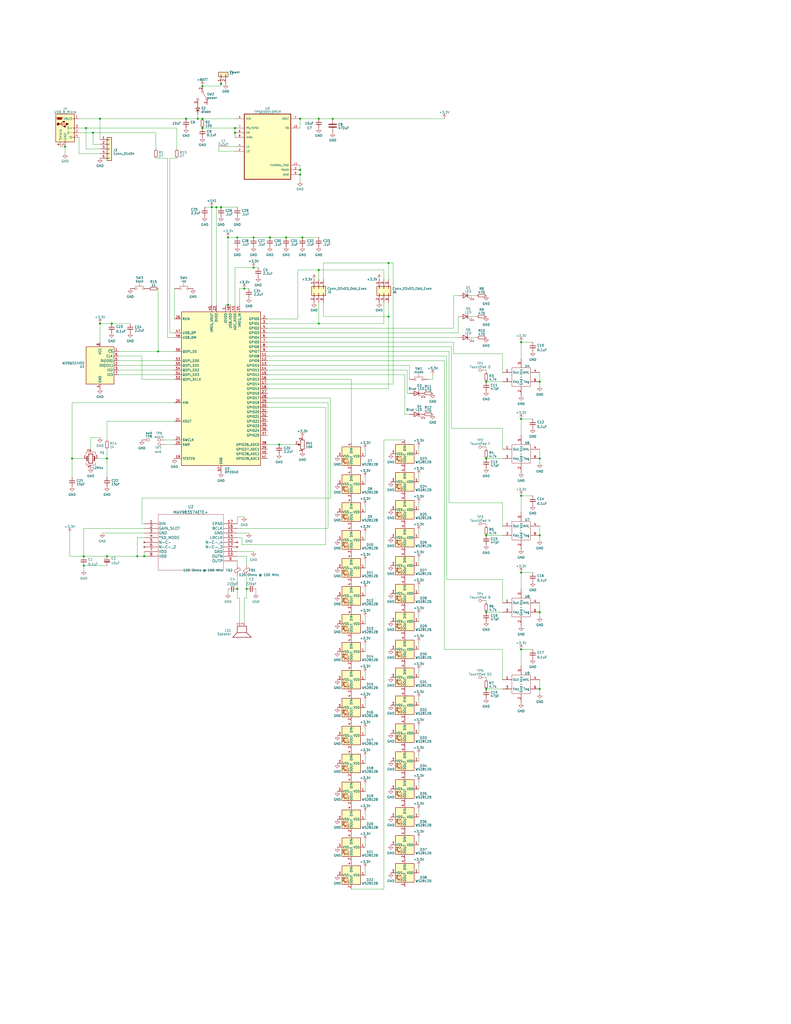
<source format=kicad_sch>
(kicad_sch (version 20231120) (generator "eeschema") (generator_version "8.0")
  (paper "C" portrait)
  (junction (at 181.61 64.77))
  (junction (at 284.48 354.33))
  (junction (at 115.57 113.03))
  (junction (at 35.56 80.01))
  (junction (at 173.99 64.77))
  (junction (at 39.37 250.19))
  (junction (at 124.46 129.54))
  (junction (at 129.54 321.31))
  (junction (at 110.49 64.77))
  (junction (at 284.48 270.51))
  (junction (at 120.65 45.72))
  (junction (at 173.99 176.53))
  (junction (at 124.46 166.37))
  (junction (at 147.32 129.54))
  (junction (at 54.61 64.77))
  (junction (at 265.43 292.1))
  (junction (at 50.8 72.39))
  (junction (at 110.49 69.85))
  (junction (at 138.43 129.54))
  (junction (at 265.43 208.28))
  (junction (at 294.64 375.92))
  (junction (at 128.27 69.85))
  (junction (at 265.43 375.92))
  (junction (at 265.43 334.01))
  (junction (at 173.99 147.32))
  (junction (at 284.48 228.6))
  (junction (at 165.1 129.54))
  (junction (at 163.83 95.25))
  (junction (at 60.96 176.53))
  (junction (at 45.72 308.61))
  (junction (at 118.11 113.03))
  (junction (at 134.62 321.31))
  (junction (at 294.64 334.01))
  (junction (at 45.72 303.53))
  (junction (at 58.42 250.19))
  (junction (at 163.83 92.71))
  (junction (at 284.48 186.69))
  (junction (at 294.64 292.1))
  (junction (at 265.43 250.19))
  (junction (at 74.93 303.53))
  (junction (at 128.27 72.39))
  (junction (at 129.54 129.54))
  (junction (at 110.49 46.99))
  (junction (at 163.83 64.77))
  (junction (at 54.61 176.53))
  (junction (at 284.48 312.42))
  (junction (at 212.09 172.72))
  (junction (at 133.35 157.48))
  (junction (at 156.21 129.54))
  (junction (at 294.64 208.28))
  (junction (at 107.95 64.77))
  (junction (at 152.4 242.57))
  (junction (at 138.43 146.05))
  (junction (at 78.74 303.53))
  (junction (at 58.42 303.53))
  (junction (at 86.36 191.77))
  (junction (at 120.65 113.03))
  (junction (at 46.99 69.85))
  (junction (at 294.64 250.19))
  (junction (at 101.6 64.77))
  (junction (at 212.09 143.51))
  (wire (pts (xy 260.35 161.29) (xy 257.81 161.29)))
  (wire (pts (xy 111.76 113.03) (xy 115.57 113.03)))
  (wire (pts (xy 173.99 165.1) (xy 173.99 176.53)))
  (wire (pts (xy 274.32 316.23) (xy 274.32 328.93)))
  (wire (pts (xy 220.98 204.47) (xy 220.98 226.06)))
  (wire (pts (xy 146.05 186.69) (xy 247.65 186.69)))
  (wire (pts (xy 38.1 290.83) (xy 38.1 303.53)))
  (wire (pts (xy 107.95 62.23) (xy 107.95 64.77)))
  (wire (pts (xy 212.09 165.1) (xy 212.09 172.72)))
  (wire (pts (xy 45.72 288.29) (xy 45.72 303.53)))
  (wire (pts (xy 199.39 443.23) (xy 199.39 447.04)))
  (wire (pts (xy 64.77 194.31) (xy 77.47 194.31)))
  (wire (pts (xy 274.32 354.33) (xy 274.32 370.84)))
  (wire (pts (xy 294.64 292.1) (xy 294.64 294.64)))
  (wire (pts (xy 129.54 129.54) (xy 138.43 129.54)))
  (wire (pts (xy 146.05 209.55) (xy 214.63 209.55)))
  (wire (pts (xy 243.84 316.23) (xy 274.32 316.23)))
  (wire (pts (xy 120.65 43.18) (xy 120.65 45.72)))
  (wire (pts (xy 228.6 396.24) (xy 228.6 400.05)))
  (wire (pts (xy 78.74 300.99) (xy 78.74 303.53)))
  (wire (pts (xy 146.05 176.53) (xy 173.99 176.53)))
  (wire (pts (xy 179.07 288.29) (xy 129.54 288.29)))
  (wire (pts (xy 199.39 321.31) (xy 199.39 325.12)))
  (wire (pts (xy 95.25 181.61) (xy 92.71 181.61)))
  (wire (pts (xy 39.37 219.71) (xy 39.37 250.19)))
  (wire (pts (xy 78.74 285.75) (xy 77.47 285.75)))
  (wire (pts (xy 163.83 90.17) (xy 163.83 92.71)))
  (wire (pts (xy 199.39 260.35) (xy 199.39 264.16)))
  (wire (pts (xy 246.38 233.68) (xy 274.32 233.68)))
  (wire (pts (xy 199.39 245.11) (xy 199.39 248.92)))
  (wire (pts (xy 243.84 194.31) (xy 243.84 316.23)))
  (wire (pts (xy 132.08 293.37) (xy 132.08 297.18)))
  (wire (pts (xy 228.6 365.76) (xy 228.6 369.57)))
  (wire (pts (xy 74.93 293.37) (xy 74.93 303.53)))
  (wire (pts (xy 284.48 354.33) (xy 290.83 354.33)))
  (wire (pts (xy 146.05 191.77) (xy 245.11 191.77)))
  (wire (pts (xy 228.6 243.84) (xy 228.6 247.65)))
  (wire (pts (xy 228.6 289.56) (xy 228.6 293.37)))
  (wire (pts (xy 173.99 152.4) (xy 173.99 147.32)))
  (wire (pts (xy 43.18 64.77) (xy 54.61 64.77)))
  (wire (pts (xy 274.32 193.04) (xy 274.32 203.2)))
  (wire (pts (xy 199.39 306.07) (xy 199.39 309.88)))
  (wire (pts (xy 176.53 172.72) (xy 212.09 172.72)))
  (wire (pts (xy 247.65 186.69) (xy 247.65 193.04)))
  (wire (pts (xy 118.11 113.03) (xy 118.11 166.37)))
  (wire (pts (xy 199.39 412.75) (xy 199.39 416.56)))
  (wire (pts (xy 199.39 427.99) (xy 199.39 431.8)))
  (wire (pts (xy 294.64 208.28) (xy 294.64 210.82)))
  (wire (pts (xy 162.56 173.99) (xy 162.56 147.32)))
  (wire (pts (xy 128.27 166.37) (xy 128.27 146.05)))
  (wire (pts (xy 294.64 250.19) (xy 294.64 252.73)))
  (wire (pts (xy 95.25 157.48) (xy 95.25 173.99)))
  (wire (pts (xy 265.43 201.93) (xy 265.43 203.2)))
  (wire (pts (xy 265.43 285.75) (xy 265.43 287.02)))
  (wire (pts (xy 129.54 321.31) (xy 129.54 326.39)))
  (wire (pts (xy 199.39 397.51) (xy 199.39 401.32)))
  (wire (pts (xy 199.39 382.27) (xy 199.39 386.08)))
  (wire (pts (xy 46.99 81.28) (xy 46.99 69.85)))
  (wire (pts (xy 228.6 381) (xy 228.6 384.81)))
  (wire (pts (xy 146.05 201.93) (xy 222.25 201.93)))
  (wire (pts (xy 120.65 45.72) (xy 120.65 46.99)))
  (wire (pts (xy 260.35 184.15) (xy 257.81 184.15)))
  (wire (pts (xy 74.93 303.53) (xy 78.74 303.53)))
  (wire (pts (xy 110.49 64.77) (xy 128.27 64.77)))
  (wire (pts (xy 163.83 64.77) (xy 173.99 64.77)))
  (wire (pts (xy 180.34 217.17) (xy 180.34 271.78)))
  (wire (pts (xy 284.48 228.6) (xy 290.83 228.6)))
  (wire (pts (xy 176.53 165.1) (xy 176.53 172.72)))
  (wire (pts (xy 247.65 193.04) (xy 274.32 193.04)))
  (wire (pts (xy 115.57 113.03) (xy 115.57 166.37)))
  (wire (pts (xy 274.32 274.32) (xy 274.32 287.02)))
  (wire (pts (xy 91.44 184.15) (xy 91.44 86.36)))
  (wire (pts (xy 146.05 181.61) (xy 250.19 181.61)))
  (wire (pts (xy 163.83 64.77) (xy 163.83 69.85)))
  (wire (pts (xy 129.54 290.83) (xy 135.89 290.83)))
  (wire (pts (xy 191.77 207.01) (xy 191.77 241.3)))
  (wire (pts (xy 284.48 270.51) (xy 290.83 270.51)))
  (wire (pts (xy 90.17 240.03) (xy 95.25 240.03)))
  (wire (pts (xy 77.47 194.31) (xy 77.47 207.01)))
  (wire (pts (xy 49.53 245.11) (xy 49.53 238.76)))
  (wire (pts (xy 95.25 229.87) (xy 58.42 229.87)))
  (wire (pts (xy 228.6 441.96) (xy 228.6 445.77)))
  (wire (pts (xy 179.07 219.71) (xy 179.07 288.29)))
  (wire (pts (xy 129.54 303.53) (xy 134.62 303.53)))
  (wire (pts (xy 181.61 64.77) (xy 242.57 64.77)))
  (wire (pts (xy 53.34 250.19) (xy 58.42 250.19)))
  (wire (pts (xy 139.7 321.31) (xy 139.7 323.85)))
  (wire (pts (xy 119.38 80.01) (xy 119.38 82.55)))
  (wire (pts (xy 199.39 351.79) (xy 199.39 355.6)))
  (wire (pts (xy 274.32 233.68) (xy 274.32 245.11)))
  (wire (pts (xy 58.42 245.11) (xy 58.42 250.19)))
  (wire (pts (xy 54.61 64.77) (xy 54.61 76.2)))
  (wire (pts (xy 101.6 64.77) (xy 107.95 64.77)))
  (wire (pts (xy 173.99 64.77) (xy 181.61 64.77)))
  (wire (pts (xy 130.81 157.48) (xy 133.35 157.48)))
  (wire (pts (xy 228.6 259.08) (xy 228.6 262.89)))
  (wire (pts (xy 247.65 161.29) (xy 247.65 179.07)))
  (wire (pts (xy 147.32 129.54) (xy 156.21 129.54)))
  (wire (pts (xy 228.6 335.28) (xy 228.6 339.09)))
  (wire (pts (xy 118.11 113.03) (xy 120.65 113.03)))
  (wire (pts (xy 265.43 334.01) (xy 274.32 334.01)))
  (wire (pts (xy 119.38 82.55) (xy 128.27 82.55)))
  (wire (pts (xy 209.55 240.03) (xy 209.55 485.14)))
  (wire (pts (xy 209.55 147.32) (xy 209.55 152.4)))
  (wire (pts (xy 242.57 196.85) (xy 242.57 354.33)))
  (wire (pts (xy 129.54 313.69) (xy 129.54 321.31)))
  (wire (pts (xy 146.05 204.47) (xy 220.98 204.47)))
  (wire (pts (xy 146.05 212.09) (xy 212.09 212.09)))
  (wire (pts (xy 199.39 290.83) (xy 199.39 294.64)))
  (wire (pts (xy 146.05 189.23) (xy 246.38 189.23)))
  (wire (pts (xy 250.19 181.61) (xy 250.19 172.72)))
  (wire (pts (xy 228.6 350.52) (xy 228.6 354.33)))
  (wire (pts (xy 129.54 285.75) (xy 129.54 281.94)))
  (wire (pts (xy 86.36 191.77) (xy 95.25 191.77)))
  (wire (pts (xy 223.52 214.63) (xy 222.25 214.63)))
  (wire (pts (xy 92.71 181.61) (xy 92.71 86.36)))
  (wire (pts (xy 54.61 176.53) (xy 60.96 176.53)))
  (wire (pts (xy 228.6 457.2) (xy 228.6 461.01)))
  (wire (pts (xy 265.43 208.28) (xy 274.32 208.28)))
  (wire (pts (xy 294.64 287.02) (xy 294.64 292.1)))
  (wire (pts (xy 176.53 152.4) (xy 176.53 143.51)))
  (wire (pts (xy 294.64 245.11) (xy 294.64 250.19)))
  (wire (pts (xy 163.83 92.71) (xy 163.83 95.25)))
  (wire (pts (xy 95.25 184.15) (xy 91.44 184.15)))
  (wire (pts (xy 199.39 275.59) (xy 199.39 279.4)))
  (wire (pts (xy 138.43 146.05) (xy 140.97 146.05)))
  (wire (pts (xy 265.43 250.19) (xy 274.32 250.19)))
  (wire (pts (xy 64.77 196.85) (xy 95.25 196.85)))
  (wire (pts (xy 284.48 228.6) (xy 284.48 237.49)))
  (wire (pts (xy 64.77 201.93) (xy 95.25 201.93)))
  (wire (pts (xy 294.64 328.93) (xy 294.64 334.01)))
  (wire (pts (xy 60.96 176.53) (xy 71.12 176.53)))
  (wire (pts (xy 162.56 147.32) (xy 173.99 147.32)))
  (wire (pts (xy 223.52 199.39) (xy 223.52 207.01)))
  (wire (pts (xy 199.39 458.47) (xy 199.39 462.28)))
  (wire (pts (xy 179.07 219.71) (xy 146.05 219.71)))
  (wire (pts (xy 173.99 176.53) (xy 209.55 176.53)))
  (wire (pts (xy 130.81 326.39) (xy 130.81 339.09)))
  (wire (pts (xy 228.6 304.8) (xy 228.6 308.61)))
  (wire (pts (xy 78.74 293.37) (xy 74.93 293.37)))
  (wire (pts (xy 245.11 191.77) (xy 245.11 274.32)))
  (wire (pts (xy 118.11 113.03) (xy 115.57 113.03)))
  (wire (pts (xy 284.48 270.51) (xy 284.48 279.4)))
  (wire (pts (xy 58.42 250.19) (xy 58.42 260.35)))
  (wire (pts (xy 220.98 226.06) (xy 223.52 226.06)))
  (wire (pts (xy 45.72 303.53) (xy 58.42 303.53)))
  (wire (pts (xy 124.46 129.54) (xy 124.46 166.37)))
  (wire (pts (xy 284.48 186.69) (xy 284.48 195.58)))
  (wire (pts (xy 260.35 172.72) (xy 257.81 172.72)))
  (wire (pts (xy 43.18 69.85) (xy 46.99 69.85)))
  (wire (pts (xy 146.05 194.31) (xy 243.84 194.31)))
  (wire (pts (xy 49.53 238.76) (xy 54.61 238.76)))
  (wire (pts (xy 91.44 86.36) (xy 85.09 86.36)))
  (wire (pts (xy 176.53 143.51) (xy 212.09 143.51)))
  (wire (pts (xy 50.8 78.74) (xy 50.8 72.39)))
  (wire (pts (xy 43.18 83.82) (xy 43.18 74.93)))
  (wire (pts (xy 54.61 81.28) (xy 46.99 81.28)))
  (wire (pts (xy 33.02 80.01) (xy 35.56 80.01)))
  (wire (pts (xy 78.74 288.29) (xy 45.72 288.29)))
  (wire (pts (xy 35.56 80.01) (xy 35.56 83.82)))
  (wire (pts (xy 134.62 303.53) (xy 134.62 308.61)))
  (wire (pts (xy 265.43 375.92) (xy 274.32 375.92)))
  (wire (pts (xy 129.54 300.99) (xy 138.43 300.99)))
  (wire (pts (xy 265.43 243.84) (xy 265.43 245.11)))
  (wire (pts (xy 214.63 143.51) (xy 214.63 209.55)))
  (wire (pts (xy 228.6 411.48) (xy 228.6 415.29)))
  (wire (pts (xy 163.83 95.25) (xy 163.83 99.06)))
  (wire (pts (xy 294.64 375.92) (xy 294.64 378.46)))
  (wire (pts (xy 77.47 271.78) (xy 77.47 285.75)))
  (wire (pts (xy 180.34 271.78) (xy 77.47 271.78)))
  (wire (pts (xy 133.35 326.39) (xy 134.62 326.39)))
  (wire (pts (xy 242.57 354.33) (xy 274.32 354.33)))
  (wire (pts (xy 86.36 157.48) (xy 86.36 191.77)))
  (wire (pts (xy 284.48 312.42) (xy 284.48 321.31)))
  (wire (pts (xy 50.8 72.39) (xy 85.09 72.39)))
  (wire (pts (xy 146.05 199.39) (xy 223.52 199.39)))
  (wire (pts (xy 77.47 207.01) (xy 95.25 207.01)))
  (wire (pts (xy 124.46 321.31) (xy 124.46 323.85)))
  (wire (pts (xy 146.05 196.85) (xy 242.57 196.85)))
  (wire (pts (xy 212.09 143.51) (xy 214.63 143.51)))
  (wire (pts (xy 129.54 293.37) (xy 132.08 293.37)))
  (wire (pts (xy 212.09 143.51) (xy 212.09 152.4)))
  (wire (pts (xy 209.55 485.14) (xy 191.77 485.14)))
  (wire (pts (xy 130.81 166.37) (xy 130.81 157.48)))
  (wire (pts (xy 294.64 334.01) (xy 294.64 336.55)))
  (wire (pts (xy 199.39 336.55) (xy 199.39 340.36)))
  (wire (pts (xy 124.46 166.37) (xy 125.73 166.37)))
  (wire (pts (xy 124.46 129.54) (xy 129.54 129.54)))
  (wire (pts (xy 45.72 250.19) (xy 39.37 250.19)))
  (wire (pts (xy 55.88 290.83) (xy 78.74 290.83)))
  (wire (pts (xy 90.17 242.57) (xy 95.25 242.57)))
  (wire (pts (xy 129.54 306.07) (xy 129.54 308.61)))
  (wire (pts (xy 96.52 69.85) (xy 96.52 81.28)))
  (wire (pts (xy 39.37 250.19) (xy 39.37 260.35)))
  (wire (pts (xy 246.38 189.23) (xy 246.38 233.68)))
  (wire (pts (xy 236.22 207.01) (xy 233.68 207.01)))
  (wire (pts (xy 43.18 72.39) (xy 50.8 72.39)))
  (wire (pts (xy 146.05 184.15) (xy 250.19 184.15)))
  (wire (pts (xy 129.54 281.94) (xy 133.35 281.94)))
  (wire (pts (xy 165.1 129.54) (xy 173.99 129.54)))
  (wire (pts (xy 38.1 303.53) (xy 45.72 303.53)))
  (wire (pts (xy 128.27 72.39) (xy 128.27 74.93)))
  (wire (pts (xy 245.11 274.32) (xy 274.32 274.32)))
  (wire (pts (xy 209.55 176.53) (xy 209.55 165.1)))
  (wire (pts (xy 95.25 219.71) (xy 39.37 219.71)))
  (wire (pts (xy 247.65 161.29) (xy 250.19 161.29)))
  (wire (pts (xy 133.35 157.48) (xy 135.89 157.48)))
  (wire (pts (xy 134.62 321.31) (xy 134.62 326.39)))
  (wire (pts (xy 222.25 214.63) (xy 222.25 201.93)))
  (wire (pts (xy 64.77 199.39) (xy 95.25 199.39)))
  (wire (pts (xy 294.64 370.84) (xy 294.64 375.92)))
  (wire (pts (xy 133.35 326.39) (xy 133.35 339.09)))
  (wire (pts (xy 45.72 308.61) (xy 45.72 311.15)))
  (wire (pts (xy 146.05 207.01) (xy 191.77 207.01)))
  (wire (pts (xy 85.09 72.39) (xy 85.09 81.28)))
  (wire (pts (xy 177.8 222.25) (xy 177.8 297.18)))
  (wire (pts (xy 284.48 312.42) (xy 290.83 312.42)))
  (wire (pts (xy 46.99 69.85) (xy 96.52 69.85)))
  (wire (pts (xy 173.99 147.32) (xy 209.55 147.32)))
  (wire (pts (xy 152.4 242.57) (xy 161.29 242.57)))
  (wire (pts (xy 64.77 204.47) (xy 95.25 204.47)))
  (wire (pts (xy 128.27 69.85) (xy 128.27 72.39)))
  (wire (pts (xy 58.42 303.53) (xy 74.93 303.53)))
  (wire (pts (xy 284.48 354.33) (xy 284.48 363.22)))
  (wire (pts (xy 134.62 313.69) (xy 134.62 321.31)))
  (wire (pts (xy 177.8 297.18) (xy 132.08 297.18)))
  (wire (pts (xy 228.6 320.04) (xy 228.6 323.85)))
  (wire (pts (xy 128.27 146.05) (xy 138.43 146.05)))
  (wire (pts (xy 156.21 129.54) (xy 165.1 129.54)))
  (wire (pts (xy 212.09 212.09) (xy 212.09 172.72)))
  (wire (pts (xy 265.43 292.1) (xy 274.32 292.1)))
  (wire (pts (xy 92.71 86.36) (xy 96.52 86.36)))
  (wire (pts (xy 124.46 80.01) (xy 128.27 80.01)))
  (wire (pts (xy 45.72 308.61) (xy 58.42 308.61)))
  (wire (pts (xy 54.61 64.77) (xy 101.6 64.77)))
  (wire (pts (xy 110.49 69.85) (xy 128.27 69.85)))
  (wire (pts (xy 123.19 166.37) (xy 124.46 166.37)))
  (wire (pts (xy 146.05 222.25) (xy 177.8 222.25)))
  (wire (pts (xy 228.6 472.44) (xy 228.6 476.25)))
  (wire (pts (xy 146.05 242.57) (xy 152.4 242.57)))
  (wire (pts (xy 228.6 426.72) (xy 228.6 430.53)))
  (wire (pts (xy 120.65 46.99) (xy 110.49 46.99)))
  (wire (pts (xy 54.61 176.53) (xy 54.61 186.69)))
  (wire (pts (xy 54.61 78.74) (xy 50.8 78.74)))
  (wire (pts (xy 64.77 191.77) (xy 86.36 191.77)))
  (wire (pts (xy 58.42 229.87) (xy 58.42 240.03)))
  (wire (pts (xy 284.48 186.69) (xy 290.83 186.69)))
  (wire (pts (xy 146.05 217.17) (xy 180.34 217.17)))
  (wire (pts (xy 236.22 204.47) (xy 236.22 207.01)))
  (wire (pts (xy 199.39 473.71) (xy 199.39 477.52)))
  (wire (pts (xy 107.95 64.77) (xy 110.49 64.77)))
  (wire (pts (xy 162.56 173.99) (xy 146.05 173.99)))
  (wire (pts (xy 294.64 203.2) (xy 294.64 208.28)))
  (wire (pts (xy 265.43 327.66) (xy 265.43 328.93)))
  (wire (pts (xy 129.54 326.39) (xy 130.81 326.39)))
  (wire (pts (xy 138.43 129.54) (xy 147.32 129.54)))
  (wire (pts (xy 228.6 274.32) (xy 228.6 278.13)))
  (wire (pts (xy 220.98 240.03) (xy 209.55 240.03)))
  (wire (pts (xy 146.05 179.07) (xy 247.65 179.07)))
  (wire (pts (xy 199.39 367.03) (xy 199.39 370.84)))
  (wire (pts (xy 54.61 83.82) (xy 43.18 83.82)))
  (wire (pts (xy 120.65 113.03) (xy 129.54 113.03)))
  (wire (pts (xy 265.43 369.57) (xy 265.43 370.84)))
  (symbol (lib_id "power:GND") (at 290.83 359.41 0) (unit 1)
    (property "Reference" "#PWR034" (effects (hide yes)))
    (property "Value" "GND" (at 290.83 363.8534 0))
  )
  (symbol (lib_id "power:GND") (at 294.64 378.46 0) (unit 1)
    (property "Reference" "#PWR036" (effects (hide yes)))
    (property "Value" "GND" (at 294.64 382.9034 0))
  )
  (symbol (lib_id "power:GND") (at 265.43 297.18 0) (unit 1)
    (property "Reference" "#PWR029" (effects (hide yes)))
    (property "Value" "GND" (at 265.43 301.6234 0))
  )
  (symbol (lib_id "Device:FerriteBead_Small") (at 129.54 311.15 0) (mirror x) (unit 1)
    (property "Reference" "FB2" (at 127 311.15 0) (effects (justify right)))
    (property "Value" "120 Ohms @ 100 MHz" (at 121.92 311.15 0) (effects (justify right)))
    (property "Footprint" "Resistor_SMD:R_0603_1608Metric" (effects (hide yes)))
  )
  (symbol (lib_id "power:+1V1") (at 115.57 113.03 0) (unit 1)
    (property "Reference" "#PWR062" (effects (hide yes)))
    (property "Value" "+1V1" (at 115.57 109.5281 0))
  )
  (symbol (lib_id "Device:R_Small") (at 265.43 289.56 0) (unit 1)
    (property "Reference" "R5" (at 266.9286 288.9163 0) (effects (justify left)))
    (property "Value" "4.7k" (at 266.9286 290.8373 0) (effects (justify left)))
    (property "Footprint" "Resistor_SMD:R_0603_1608Metric" (effects (hide yes)))
  )
  (symbol (lib_id "Device:R_Small") (at 262.89 184.15 270) (mirror x) (unit 1)
    (property "Reference" "R10" (at 262.89 180.4035 90))
    (property "Value" "470" (at 262.89 182.3245 90))
    (property "Footprint" "Resistor_SMD:R_0603_1608Metric" (effects (hide yes)))
  )
  (symbol (lib_id "Device:TJ-S1706CL6T5ALC9Y-A5") (at 254 172.72 0) (mirror y) (unit 1)
    (property "Reference" "D5" (at 255.5875 168.4401 0))
    (property "Value" "LED" (at 255.5875 170.3611 0))
    (property "Footprint" "LED_SMD:TJ-S1706CL6T5ALC9Y-A5" (effects (hide yes)))
    (property "Datasheet" "https://jlcpcb.com/partdetail/Togialed-TJ_S1706CL6T5ALC9YA5/C1322337" (effects (hide yes)))
  )
  (symbol (lib_id "Device:C_Small") (at 138.43 132.08 0) (unit 1)
    (property "Reference" "C27" (at 140.7541 131.4426 0) (effects (justify left)))
    (property "Value" ".1uF" (at 140.7541 133.3636 0) (effects (justify left)))
    (property "Footprint" "Capacitor_SMD:C_0603_1608Metric" (effects (hide yes)))
  )
  (symbol (lib_id "MCU_RaspberryPi:RP2040") (at 120.65 212.09 0) (unit 1)
    (property "Reference" "U3" (at 122.6059 255.7225 0) (effects (justify left)))
    (property "Value" "RP2040" (at 122.6059 257.6435 0) (effects (justify left)))
    (property "Footprint" "Package_DFN_QFN:QFN-56-1EP_7x7mm_P0.4mm_EP3.2x3.2mm" (effects (hide yes)))
    (property "Datasheet" "https://datasheets.raspberrypi.com/rp2040/rp2040-datasheet.pdf" (effects (hide yes)))
  )
  (symbol (lib_id "power:GND") (at 184.15 370.84 0) (mirror y) (unit 1)
    (property "Reference" "#PWR096" (effects (hide yes)))
    (property "Value" "GND" (at 184.15 375.2834 0))
  )
  (symbol (lib_id "Device:C_Small") (at 129.54 115.57 0) (unit 1)
    (property "Reference" "C29" (at 131.8641 114.9326 0) (effects (justify left)))
    (property "Value" ".1uF" (at 131.8641 116.8536 0) (effects (justify left)))
    (property "Footprint" "Capacitor_SMD:C_0603_1608Metric" (effects (hide yes)))
  )
  (symbol (lib_id "Device:C_Small") (at 290.83 314.96 0) (unit 1)
    (property "Reference" "C16" (at 293.1541 314.1316 0) (effects (justify left)))
    (property "Value" "0.1uF" (at 293.1541 316.6685 0) (effects (justify left)))
    (property "Footprint" "Capacitor_SMD:C_0603_1608Metric" (effects (hide yes)))
  )
  (symbol (lib_id "Device:C_Small") (at 129.54 132.08 0) (unit 1)
    (property "Reference" "C28" (at 131.8641 131.4426 0) (effects (justify left)))
    (property "Value" ".1uF" (at 131.8641 133.3636 0) (effects (justify left)))
    (property "Footprint" "Capacitor_SMD:C_0603_1608Metric" (effects (hide yes)))
  )
  (symbol (lib_id "Device:C_Small") (at 45.72 306.07 0) (unit 1)
    (property "Reference" "C1" (at 48.0441 305.2416 0) (effects (justify left)))
    (property "Value" "0.1uF" (at 48.0441 307.7785 0) (effects (justify left)))
    (property "Footprint" "Capacitor_SMD:C_0603_1608Metric" (effects (hide yes)))
  )
  (symbol (lib_id "power:GND") (at 290.83 317.5 0) (unit 1)
    (property "Reference" "#PWR033" (effects (hide yes)))
    (property "Value" "GND" (at 290.83 321.9434 0))
  )
  (symbol (lib_id "power:GND") (at 71.12 157.48 0) (unit 1)
    (property "Reference" "#PWR061" (effects (hide yes)))
    (property "Value" "GND" (at 71.12 161.9234 0))
  )
  (symbol (lib_id "Device:C_Small") (at 39.37 262.89 0) (unit 1)
    (property "Reference" "C21" (at 41.6941 262.2526 0) (effects (justify left)))
    (property "Value" "15pf" (at 41.6941 264.1736 0) (effects (justify left)))
    (property "Footprint" "Capacitor_SMD:C_0603_1608Metric" (effects (hide yes)))
  )
  (symbol (lib_id "power:+3.3V") (at 284.48 354.33 0) (unit 1)
    (property "Reference" "#PWR032" (effects (hide yes)))
    (property "Value" "+3.3V" (at 284.48 350.8281 0))
  )
  (symbol (lib_id "Sensor_Touch:AF223") (at 284.48 289.56 0) (unit 1)
    (property "Reference" "U7" (at 286.4359 283.5181 0) (effects (justify left)))
    (property "Value" "~" (at 284.48 289.56 0))
    (property "Footprint" "Package_TO_SOT_SMD:SOT-23-6" (effects (hide yes)))
  )
  (symbol (lib_id "power:GND") (at 294.64 336.55 0) (unit 1)
    (property "Reference" "#PWR035" (effects (hide yes)))
    (property "Value" "GND" (at 294.64 340.9934 0))
  )
  (symbol (lib_id "power:GND") (at 123.19 45.72 0) (unit 1)
    (property "Reference" "#PWR0147" (effects (hide yes)))
    (property "Value" "GND" (at 123.19 49.8555 0))
  )
  (symbol (lib_id "Device:C_Small") (at 111.76 115.57 0) (unit 1)
    (property "Reference" "C25" (at 104.14 114.3 0) (effects (justify left)))
    (property "Value" "2.2uF" (at 104.14 116.221 0) (effects (justify left)))
    (property "Footprint" "Capacitor_SMD:C_0603_1608Metric" (effects (hide yes)))
  )
  (symbol (lib_id "power:+3.3V") (at 199.39 427.99 0) (unit 1)
    (property "Reference" "#PWR0103" (effects (hide yes)))
    (property "Value" "+3.3V" (at 199.39 424.4881 0))
  )
  (symbol (lib_id "Sensor_Touch:AF223") (at 284.48 331.47 0) (unit 1)
    (property "Reference" "U8" (at 286.4359 325.4281 0) (effects (justify left)))
    (property "Value" "~" (at 284.48 331.47 0))
    (property "Footprint" "Package_TO_SOT_SMD:SOT-23-6" (effects (hide yes)))
  )
  (symbol (lib_id "LED:WS2812B") (at 191.77 370.84 270) (unit 1)
    (property "Reference" "D15" (at 201.93 373.38 90))
    (property "Value" "WS2812B" (at 201.93 375.301 90))
    (property "Footprint" "LED_SMD:LED_WS2812B_PLCC4_5.0x5.0mm_P3.2mm" (effects (hide yes)))
    (property "Datasheet" "https://cdn-shop.adafruit.com/datasheets/WS2812B.pdf" (effects (hide yes)))
  )
  (symbol (lib_id "Device:C_Small") (at 110.49 72.39 0) (unit 1)
    (property "Reference" "C9" (at 112.8141 71.7526 0) (effects (justify left)))
    (property "Value" "0.1uF" (at 112.8141 73.6736 0) (effects (justify left)))
    (property "Footprint" "Capacitor_SMD:C_0603_1608Metric" (effects (hide yes)))
  )
  (symbol (lib_id "power:+3.3V") (at 38.1 290.83 0) (unit 1)
    (property "Reference" "#PWR02" (effects (hide yes)))
    (property "Value" "+3.3V" (at 38.1 287.3281 0))
  )
  (symbol (lib_id "power:GND") (at 138.43 134.62 0) (unit 1)
    (property "Reference" "#PWR066" (effects (hide yes)))
    (property "Value" "GND" (at 138.43 139.0634 0))
  )
  (symbol (lib_id "Device:C_Small") (at 120.65 115.57 0) (unit 1)
    (property "Reference" "C26" (at 122.9741 114.9326 0) (effects (justify left)))
    (property "Value" ".1uF" (at 122.9741 116.8536 0) (effects (justify left)))
    (property "Footprint" "Capacitor_SMD:C_0603_1608Metric" (effects (hide yes)))
  )
  (symbol (lib_id "power:+3.3V") (at 228.6 365.76 0) (unit 1)
    (property "Reference" "#PWR0127" (effects (hide yes)))
    (property "Value" "+3.3V" (at 228.6 362.2581 0))
  )
  (symbol (lib_id "Device:C_Small") (at 290.83 189.23 0) (unit 1)
    (property "Reference" "C10" (at 293.1541 188.4016 0) (effects (justify left)))
    (property "Value" "0.1uF" (at 293.1541 190.9385 0) (effects (justify left)))
    (property "Footprint" "Capacitor_SMD:C_0603_1608Metric" (effects (hide yes)))
  )
  (symbol (lib_id "power:GND") (at 110.49 74.93 0) (unit 1)
    (property "Reference" "#PWR014" (effects (hide yes)))
    (property "Value" "GND" (at 110.49 79.0655 0))
  )
  (symbol (lib_id "power:GND") (at 135.89 290.83 0) (unit 1)
    (property "Reference" "#PWR04" (effects (hide yes)))
    (property "Value" "GND" (at 135.89 295.2734 0))
  )
  (symbol (lib_id "power:+3.3V") (at 228.6 396.24 0) (unit 1)
    (property "Reference" "#PWR0131" (effects (hide yes)))
    (property "Value" "+3.3V" (at 228.6 392.7381 0))
  )
  (symbol (lib_id "power:GND") (at 265.43 184.15 0) (mirror y) (unit 1)
    (property "Reference" "#PWR044" (effects (hide yes)))
    (property "Value" "GND" (at 265.43 188.5934 0))
  )
  (symbol (lib_id "power:GND") (at 213.36 278.13 0) (mirror y) (unit 1)
    (property "Reference" "#PWR0116" (effects (hide yes)))
    (property "Value" "GND" (at 213.36 282.5734 0))
  )
  (symbol (lib_id "power:+3.3V") (at 199.39 397.51 0) (unit 1)
    (property "Reference" "#PWR099" (effects (hide yes)))
    (property "Value" "+3.3V" (at 199.39 394.0081 0))
  )
  (symbol (lib_id "power:GND") (at 213.36 445.77 0) (mirror y) (unit 1)
    (property "Reference" "#PWR0138" (effects (hide yes)))
    (property "Value" "GND" (at 213.36 450.2134 0))
  )
  (symbol (lib_id "TPS63001DRCR:TPS63001DRCR") (at 146.05 80.01 0) (unit 1)
    (property "Reference" "U5" (at 146.05 59.1421 0))
    (property "Value" "TPS63001DRCR" (at 146.05 61.0631 0))
    (property "Footprint" "TPS63001DRCR:VREG_V62_16624-01YE" (effects (hide yes)))
  )
  (symbol (lib_id "power:+3.3V") (at 228.6 259.08 0) (unit 1)
    (property "Reference" "#PWR0113" (effects (hide yes)))
    (property "Value" "+3.3V" (at 228.6 255.5781 0))
  )
  (symbol (lib_id "power:GND") (at 140.97 151.13 0) (unit 1)
    (property "Reference" "#PWR077" (effects (hide yes)))
    (property "Value" "GND" (at 140.97 155.5734 0))
  )
  (symbol (lib_id "power:GND") (at 236.22 214.63 0) (mirror y) (unit 1)
    (property "Reference" "#PWR049" (effects (hide yes)))
    (property "Value" "GND" (at 236.22 219.0734 0))
  )
  (symbol (lib_id "Device:R_Small") (at 58.42 242.57 180) (unit 1)
    (property "Reference" "R14" (at 59.9186 241.9263 0) (effects (justify right)))
    (property "Value" "1k" (at 59.9186 243.8473 0) (effects (justify right)))
    (property "Footprint" "Resistor_SMD:R_0603_1608Metric" (effects (hide yes)))
  )
  (symbol (lib_id "Device:C_Small") (at 71.12 179.07 0) (unit 1)
    (property "Reference" "C24" (at 73.4441 178.4326 0) (effects (justify left)))
    (property "Value" "2.2uF" (at 73.4441 180.3536 0) (effects (justify left)))
    (property "Footprint" "Capacitor_SMD:C_0603_1608Metric" (effects (hide yes)))
  )
  (symbol (lib_id "power:GND") (at 45.72 311.15 0) (unit 1)
    (property "Reference" "#PWR06" (effects (hide yes)))
    (property "Value" "GND" (at 45.72 315.5934 0))
  )
  (symbol (lib_id "LED:WS2812B") (at 220.98 262.89 270) (unit 1)
    (property "Reference" "D24" (at 231.14 265.43 90))
    (property "Value" "WS2812B" (at 231.14 267.351 90))
    (property "Footprint" "LED_SMD:LED_WS2812B_PLCC4_5.0x5.0mm_P3.2mm" (effects (hide yes)))
    (property "Datasheet" "https://cdn-shop.adafruit.com/datasheets/WS2812B.pdf" (effects (hide yes)))
  )
  (symbol (lib_id "power:GND") (at 213.36 247.65 0) (mirror y) (unit 1)
    (property "Reference" "#PWR0112" (effects (hide yes)))
    (property "Value" "GND" (at 213.36 252.0934 0))
  )
  (symbol (lib_id "Device:C_Small") (at 127 321.31 270) (mirror x) (unit 1)
    (property "Reference" "C4" (at 126.9937 316.0481 90))
    (property "Value" "220pF" (at 126.9937 318.585 90))
    (property "Footprint" "Capacitor_SMD:C_0603_1608Metric" (effects (hide yes)))
  )
  (symbol (lib_id "power:+3.3V") (at 228.6 243.84 0) (unit 1)
    (property "Reference" "#PWR0111" (effects (hide yes)))
    (property "Value" "+3.3V" (at 228.6 240.3381 0))
  )
  (symbol (lib_id "Device:C_Small") (at 265.43 252.73 0) (unit 1)
    (property "Reference" "C13" (at 267.7541 252.0926 0) (effects (justify left)))
    (property "Value" "47pF" (at 267.7541 254.0136 0) (effects (justify left)))
    (property "Footprint" "Capacitor_SMD:C_0603_1608Metric" (effects (hide yes)))
  )
  (symbol (lib_id "LED:WS2812B") (at 220.98 293.37 270) (unit 1)
    (property "Reference" "D26" (at 231.14 295.91 90))
    (property "Value" "WS2812B" (at 231.14 297.831 90))
    (property "Footprint" "LED_SMD:LED_WS2812B_PLCC4_5.0x5.0mm_P3.2mm" (effects (hide yes)))
    (property "Datasheet" "https://cdn-shop.adafruit.com/datasheets/WS2812B.pdf" (effects (hide yes)))
  )
  (symbol (lib_id "power:GND") (at 184.15 264.16 0) (mirror y) (unit 1)
    (property "Reference" "#PWR082" (effects (hide yes)))
    (property "Value" "GND" (at 184.15 268.6034 0))
  )
  (symbol (lib_id "power:+3.3V") (at 284.48 228.6 0) (unit 1)
    (property "Reference" "#PWR021" (effects (hide yes)))
    (property "Value" "+3.3V" (at 284.48 225.0981 0))
  )
  (symbol (lib_id "LED:WS2812B") (at 220.98 369.57 270) (unit 1)
    (property "Reference" "D31" (at 231.14 372.11 90))
    (property "Value" "WS2812B" (at 231.14 374.031 90))
    (property "Footprint" "LED_SMD:LED_WS2812B_PLCC4_5.0x5.0mm_P3.2mm" (effects (hide yes)))
    (property "Datasheet" "https://cdn-shop.adafruit.com/datasheets/WS2812B.pdf" (effects (hide yes)))
  )
  (symbol (lib_id "Device:C") (at 181.61 68.58 0) (unit 1)
    (property "Reference" "C8" (at 184.531 67.9363 0) (effects (justify left)))
    (property "Value" "470uF" (at 184.531 69.8573 0) (effects (justify left)))
    (property "Footprint" "Capacitor_Tantalum_SMD:CP_EIA-7343-31_Kemet-D" (effects (hide yes)))
    (property "Datasheet" "https://datasheet.lcsc.com/lcsc/1810171524_Hunan-Xiangyee-in-S-T-CA45-D6R3K477T_C123270.pdf" (effects (hide yes)))
  )
  (symbol (lib_id "power:GND") (at 290.83 233.68 0) (unit 1)
    (property "Reference" "#PWR022" (effects (hide yes)))
    (property "Value" "GND" (at 290.83 238.1234 0))
  )
  (symbol (lib_id "LED:WS2812B") (at 220.98 247.65 270) (unit 1)
    (property "Reference" "D23" (at 231.14 250.19 90))
    (property "Value" "WS2812B" (at 231.14 252.111 90))
    (property "Footprint" "LED_SMD:LED_WS2812B_PLCC4_5.0x5.0mm_P3.2mm" (effects (hide yes)))
    (property "Datasheet" "https://cdn-shop.adafruit.com/datasheets/WS2812B.pdf" (effects (hide yes)))
  )
  (symbol (lib_id "power:GND") (at 129.54 118.11 0) (unit 1)
    (property "Reference" "#PWR065" (effects (hide yes)))
    (property "Value" "GND" (at 129.54 122.5534 0))
  )
  (symbol (lib_id "power:GND") (at 284.48 215.9 0) (unit 1)
    (property "Reference" "#PWR018" (effects (hide yes)))
    (property "Value" "GND" (at 284.48 220.3434 0))
  )
  (symbol (lib_id "power:GND") (at 173.99 134.62 0) (unit 1)
    (property "Reference" "#PWR072" (effects (hide yes)))
    (property "Value" "GND" (at 173.99 139.0634 0))
  )
  (symbol (lib_id "LED:WS2812B") (at 191.77 431.8 270) (unit 1)
    (property "Reference" "D19" (at 201.93 434.34 90))
    (property "Value" "WS2812B" (at 201.93 436.261 90))
    (property "Footprint" "LED_SMD:LED_WS2812B_PLCC4_5.0x5.0mm_P3.2mm" (effects (hide yes)))
    (property "Datasheet" "https://cdn-shop.adafruit.com/datasheets/WS2812B.pdf" (effects (hide yes)))
  )
  (symbol (lib_id "Device:R_Small") (at 265.43 331.47 0) (unit 1)
    (property "Reference" "R6" (at 266.9286 330.8263 0) (effects (justify left)))
    (property "Value" "4.7k" (at 266.9286 332.7473 0) (effects (justify left)))
    (property "Footprint" "Resistor_SMD:R_0603_1608Metric" (effects (hide yes)))
  )
  (symbol (lib_id "LED:WS2812B") (at 220.98 308.61 270) (unit 1)
    (property "Reference" "D27" (at 231.14 311.15 90))
    (property "Value" "WS2812B" (at 231.14 313.071 90))
    (property "Footprint" "LED_SMD:LED_WS2812B_PLCC4_5.0x5.0mm_P3.2mm" (effects (hide yes)))
    (property "Datasheet" "https://cdn-shop.adafruit.com/datasheets/WS2812B.pdf" (effects (hide yes)))
  )
  (symbol (lib_id "power:+3.3V") (at 199.39 351.79 0) (unit 1)
    (property "Reference" "#PWR093" (effects (hide yes)))
    (property "Value" "+3.3V" (at 199.39 348.2881 0))
  )
  (symbol (lib_id "LED:WS2812B") (at 220.98 476.25 270) (unit 1)
    (property "Reference" "D38" (at 231.14 478.79 90))
    (property "Value" "WS2812B" (at 231.14 480.711 90))
    (property "Footprint" "LED_SMD:LED_WS2812B_PLCC4_5.0x5.0mm_P3.2mm" (effects (hide yes)))
    (property "Datasheet" "https://cdn-shop.adafruit.com/datasheets/WS2812B.pdf" (effects (hide yes)))
  )
  (symbol (lib_id "Connector_Generic:Conn_01x05") (at 59.69 81.28 0) (unit 1)
    (property "Reference" "J3" (at 61.722 81.9063 0) (effects (justify left)))
    (property "Value" "Conn_01x04" (at 61.722 83.8273 0) (effects (justify left)))
    (property "Footprint" "Connector_PinHeader_2.54mm:PinHeader_1x05_P2.54mm_Vertical" (effects (hide yes)))
  )
  (symbol (lib_id "Device:TJ-S1706CL6T5ALC9Y-A5") (at 254 184.15 0) (mirror y) (unit 1)
    (property "Reference" "D6" (at 255.5875 179.8701 0))
    (property "Value" "LED" (at 255.5875 181.7911 0))
    (property "Footprint" "LED_SMD:TJ-S1706CL6T5ALC9Y-A5" (effects (hide yes)))
    (property "Datasheet" "https://jlcpcb.com/partdetail/Togialed-TJ_S1706CL6T5ALC9YA5/C1322337" (effects (hide yes)))
  )
  (symbol (lib_id "power:GND") (at 165.1 246.38 0) (unit 1)
    (property "Reference" "#PWR046" (effects (hide yes)))
    (property "Value" "GND" (at 165.1 250.8234 0))
  )
  (symbol (lib_id "Device:R_Small") (at 233.68 214.63 270) (mirror x) (unit 1)
    (property "Reference" "R11" (at 233.68 210.8835 90))
    (property "Value" "470" (at 233.68 212.8045 90))
    (property "Footprint" "Resistor_SMD:R_0603_1608Metric" (effects (hide yes)))
  )
  (symbol (lib_id "power:GND") (at 184.15 355.6 0) (mirror y) (unit 1)
    (property "Reference" "#PWR094" (effects (hide yes)))
    (property "Value" "GND" (at 184.15 360.0434 0))
  )
  (symbol (lib_id "Connector_Generic:Conn_02x03_Odd_Even") (at 173.99 157.48 90) (mirror x) (unit 1)
    (property "Reference" "J5" (at 178.562 159.3937 90) (effects (justify right)))
    (property "Value" "Conn_02x03_Odd_Even" (at 178.562 157.4727 90) (effects (justify right)))
    (property "Footprint" "Connector_PinSocket_2.54mm:PinSocket_2x03_P2.54mm_Vertical" (effects (hide yes)))
  )
  (symbol (lib_id "power:+3.3V") (at 284.48 186.69 0) (unit 1)
    (property "Reference" "#PWR016" (effects (hide yes)))
    (property "Value" "+3.3V" (at 284.48 183.1881 0))
  )
  (symbol (lib_id "power:GND") (at 184.15 325.12 0) (mirror y) (unit 1)
    (property "Reference" "#PWR090" (effects (hide yes)))
    (property "Value" "GND" (at 184.15 329.5634 0))
  )
  (symbol (lib_id "power:GND") (at 213.36 476.25 0) (mirror y) (unit 1)
    (property "Reference" "#PWR0142" (effects (hide yes)))
    (property "Value" "GND" (at 213.36 480.6934 0))
  )
  (symbol (lib_id "Connector:TestPoint") (at 265.43 285.75 90) (unit 1)
    (property "Reference" "TP3" (at 262.128 282.1051 90))
    (property "Value" "TouchPad A" (at 262.128 284.0261 90))
    (property "Footprint" "TestPoint:TestPoint_Pad_D4.0mm" (effects (hide yes)))
  )
  (symbol (lib_id "Device:TJ-S1706CL6T5ALC9Y-A5") (at 254 161.29 0) (mirror y) (unit 1)
    (property "Reference" "D1" (at 255.5875 157.0101 0))
    (property "Value" "LED" (at 255.5875 158.9311 0))
    (property "Footprint" "LED_SMD:TJ-S1706CL6T5ALC9Y-A5" (effects (hide yes)))
    (property "Datasheet" "https://jlcpcb.com/partdetail/Togialed-TJ_S1706CL6T5ALC9YA5/C1322337" (effects (hide yes)))
  )
  (symbol (lib_id "power:GND") (at 124.46 323.85 0) (mirror y) (unit 1)
    (property "Reference" "#PWR08" (effects (hide yes)))
    (property "Value" "GND" (at 124.46 328.2934 0))
  )
  (symbol (lib_id "LED:WS2812B") (at 220.98 339.09 270) (unit 1)
    (property "Reference" "D29" (at 231.14 341.63 90))
    (property "Value" "WS2812B" (at 231.14 343.551 90))
    (property "Footprint" "LED_SMD:LED_WS2812B_PLCC4_5.0x5.0mm_P3.2mm" (effects (hide yes)))
    (property "Datasheet" "https://cdn-shop.adafruit.com/datasheets/WS2812B.pdf" (effects (hide yes)))
  )
  (symbol (lib_id "power:+3.3V") (at 124.46 129.54 0) (unit 1)
    (property "Reference" "#PWR068" (effects (hide yes)))
    (property "Value" "+3.3V" (at 124.46 126.0381 0))
  )
  (symbol (lib_id "Device:C_Small") (at 60.96 179.07 0) (unit 1)
    (property "Reference" "C23" (at 63.2841 178.2416 0) (effects (justify left)))
    (property "Value" "0.1uF" (at 63.2841 180.7785 0) (effects (justify left)))
    (property "Footprint" "Capacitor_SMD:C_0603_1608Metric" (effects (hide yes)))
  )
  (symbol (lib_id "LED:WS2812B") (at 191.77 416.56 270) (unit 1)
    (property "Reference" "D18" (at 201.93 419.1 90))
    (property "Value" "WS2812B" (at 201.93 421.021 90))
    (property "Footprint" "LED_SMD:LED_WS2812B_PLCC4_5.0x5.0mm_P3.2mm" (effects (hide yes)))
    (property "Datasheet" "https://cdn-shop.adafruit.com/datasheets/WS2812B.pdf" (effects (hide yes)))
  )
  (symbol (lib_id "power:GND") (at 294.64 210.82 0) (unit 1)
    (property "Reference" "#PWR020" (effects (hide yes)))
    (property "Value" "GND" (at 294.64 215.2634 0))
  )
  (symbol (lib_id "power:GND") (at 184.15 462.28 0) (mirror y) (unit 1)
    (property "Reference" "#PWR0108" (effects (hide yes)))
    (property "Value" "GND" (at 184.15 466.7234 0))
  )
  (symbol (lib_id "power:GND") (at 265.43 339.09 0) (unit 1)
    (property "Reference" "#PWR037" (effects (hide yes)))
    (property "Value" "GND" (at 265.43 343.5334 0))
  )
  (symbol (lib_id "power:GND") (at 156.21 134.62 0) (unit 1)
    (property "Reference" "#PWR070" (effects (hide yes)))
    (property "Value" "GND" (at 156.21 139.0634 0))
  )
  (symbol (lib_id "power:+BATT") (at 110.49 46.99 0) (unit 1)
    (property "Reference" "#PWR09" (effects (hide yes)))
    (property "Value" "+BATT" (at 110.49 43.4881 0))
  )
  (symbol (lib_id "Device:R_Small") (at 262.89 161.29 270) (mirror x) (unit 1)
    (property "Reference" "R8" (at 262.89 157.5435 90))
    (property "Value" "470" (at 262.89 159.4645 90))
    (property "Footprint" "Resistor_SMD:R_0603_1608Metric" (effects (hide yes)))
  )
  (symbol (lib_id "Device:C_Small") (at 173.99 132.08 0) (unit 1)
    (property "Reference" "C33" (at 176.3141 131.4426 0) (effects (justify left)))
    (property "Value" ".1uF" (at 176.3141 133.3636 0) (effects (justify left)))
    (property "Footprint" "Capacitor_SMD:C_0603_1608Metric" (effects (hide yes)))
  )
  (symbol (lib_id "power:GND") (at 95.25 250.19 0) (unit 1)
    (property "Reference" "#PWR057" (effects (hide yes)))
    (property "Value" "GND" (at 95.25 254.6334 0))
  )
  (symbol (lib_id "power:+3.3V") (at 199.39 260.35 0) (unit 1)
    (property "Reference" "#PWR081" (effects (hide yes)))
    (property "Value" "+3.3V" (at 199.39 256.8481 0))
  )
  (symbol (lib_id "LED:WS2812B") (at 191.77 477.52 270) (unit 1)
    (property "Reference" "D22" (at 201.93 480.06 90))
    (property "Value" "WS2812B" (at 201.93 481.981 90))
    (property "Footprint" "LED_SMD:LED_WS2812B_PLCC4_5.0x5.0mm_P3.2mm" (effects (hide yes)))
    (property "Datasheet" "https://cdn-shop.adafruit.com/datasheets/WS2812B.pdf" (effects (hide yes)))
  )
  (symbol (lib_id "power:+3.3V") (at 228.6 350.52 0) (unit 1)
    (property "Reference" "#PWR0125" (effects (hide yes)))
    (property "Value" "+3.3V" (at 228.6 347.0181 0))
  )
  (symbol (lib_id "power:GND") (at 55.88 290.83 0) (unit 1)
    (property "Reference" "#PWR03" (effects (hide yes)))
    (property "Value" "GND" (at 55.88 295.2734 0))
  )
  (symbol (lib_id "Device:R_Small") (at 96.52 83.82 180) (unit 1)
    (property "Reference" "R13" (at 98.0186 83.1763 0) (effects (justify right)))
    (property "Value" "27" (at 98.0186 85.0973 0) (effects (justify right)))
    (property "Footprint" "Resistor_SMD:R_0603_1608Metric" (effects (hide yes)))
  )
  (symbol (lib_id "power:+3.3V") (at 207.01 152.4 0) (unit 1)
    (property "Reference" "#PWR0145" (effects (hide yes)))
    (property "Value" "+3.3V" (at 203.2 152.4 0))
  )
  (symbol (lib_id "power:GND") (at 213.36 461.01 0) (mirror y) (unit 1)
    (property "Reference" "#PWR0140" (effects (hide yes)))
    (property "Value" "GND" (at 213.36 465.4534 0))
  )
  (symbol (lib_id "power:+3.3V") (at 165.1 238.76 0) (unit 1)
    (property "Reference" "#PWR045" (effects (hide yes)))
    (property "Value" "+3.3V" (at 165.1 235.2581 0))
  )
  (symbol (lib_id "power:+3.3V") (at 228.6 289.56 0) (unit 1)
    (property "Reference" "#PWR0117" (effects (hide yes)))
    (property "Value" "+3.3V" (at 228.6 286.0581 0))
  )
  (symbol (lib_id "power:GND") (at 265.43 172.72 0) (mirror y) (unit 1)
    (property "Reference" "#PWR043" (effects (hide yes)))
    (property "Value" "GND" (at 265.43 177.1634 0))
  )
  (symbol (lib_id "LED:WS2812B") (at 191.77 309.88 270) (unit 1)
    (property "Reference" "D11" (at 201.93 312.42 90))
    (property "Value" "WS2812B" (at 201.93 314.341 90))
    (property "Footprint" "LED_SMD:LED_WS2812B_PLCC4_5.0x5.0mm_P3.2mm" (effects (hide yes)))
    (property "Datasheet" "https://cdn-shop.adafruit.com/datasheets/WS2812B.pdf" (effects (hide yes)))
  )
  (symbol (lib_id "Device:C_Small") (at 140.97 148.59 0) (unit 1)
    (property "Reference" "C5" (at 143.51 147.32 0) (effects (justify left)))
    (property "Value" "2.2uF" (at 143.51 149.241 0) (effects (justify left)))
    (property "Footprint" "Capacitor_SMD:C_0603_1608Metric" (effects (hide yes)))
  )
  (symbol (lib_id "power:+3.3V") (at 236.22 204.47 0) (mirror y) (unit 1)
    (property "Reference" "#PWR048" (effects (hide yes)))
    (property "Value" "+3.3V" (at 236.22 200.9681 0))
  )
  (symbol (lib_id "Switch:SW_Push") (at 228.6 207.01 0) (mirror y) (unit 1)
    (property "Reference" "SW1" (at 228.6 201.0791 0))
    (property "Value" "mode" (at 228.6 203.0001 0))
    (property "Footprint" "Button_Switch_SMD:SW_Tactile_SPST_NO_Straight_CK_PTS636Sx25SMTRLFS" (effects (hide yes)))
  )
  (symbol (lib_id "LED:WS2812B") (at 220.98 430.53 270) (unit 1)
    (property "Reference" "D35" (at 231.14 433.07 90))
    (property "Value" "WS2812B" (at 231.14 434.991 90))
    (property "Footprint" "LED_SMD:LED_WS2812B_PLCC4_5.0x5.0mm_P3.2mm" (effects (hide yes)))
    (property "Datasheet" "https://cdn-shop.adafruit.com/datasheets/WS2812B.pdf" (effects (hide yes)))
  )
  (symbol (lib_id "Switch:SW_SPDT") (at 110.49 52.07 270) (unit 1)
    (property "Reference" "SW2" (at 112.903 51.4263 90) (effects (justify left)))
    (property "Value" "power" (at 112.903 53.3473 90) (effects (justify left)))
    (property "Footprint" "Button_Switch_SMD:SW_SPDT_PCM12" (effects (hide yes)))
  )
  (symbol (lib_id "power:GND") (at 101.6 69.85 0) (unit 1)
    (property "Reference" "#PWR011" (effects (hide yes)))
    (property "Value" "GND" (at 101.6 73.9855 0))
  )
  (symbol (lib_id "Memory_Flash:W25Q32JVSS") (at 54.61 199.39 0) (mirror y) (unit 1)
    (property "Reference" "U1" (at 46.2281 200.0337 0) (effects (justify left)))
    (property "Value" "W25Q32JVSS" (at 46.2281 198.1127 0) (effects (justify left)))
    (property "Footprint" "Package_SO:SOIC-8_5.23x5.23mm_P1.27mm" (effects (hide yes)))
    (property "Datasheet" "http://www.winbond.com/resource-files/w25q32jv%20revg%2003272018%20plus.pdf" (effects (hide yes)))
  )
  (symbol (lib_id "power:GND") (at 184.15 340.36 0) (mirror y) (unit 1)
    (property "Reference" "#PWR092" (effects (hide yes)))
    (property "Value" "GND" (at 184.15 344.8034 0))
  )
  (symbol (lib_id "Device:R_Small") (at 85.09 83.82 0) (unit 1)
    (property "Reference" "R1" (at 86.5886 83.1763 0) (effects (justify left)))
    (property "Value" "27" (at 86.5886 85.0973 0) (effects (justify left)))
    (property "Footprint" "Resistor_SMD:R_0603_1608Metric" (effects (hide yes)))
  )
  (symbol (lib_id "power:+3.3V") (at 228.6 457.2 0) (unit 1)
    (property "Reference" "#PWR0139" (effects (hide yes)))
    (property "Value" "+3.3V" (at 228.6 453.6981 0))
  )
  (symbol (lib_id "power:GND") (at 171.45 165.1 0) (unit 1)
    (property "Reference" "#PWR0144" (effects (hide yes)))
    (property "Value" "GND" (at 171.45 169.2355 0))
  )
  (symbol (lib_id "power:GND") (at 213.36 262.89 0) (mirror y) (unit 1)
    (property "Reference" "#PWR0114" (effects (hide yes)))
    (property "Value" "GND" (at 213.36 267.3334 0))
  )
  (symbol (lib_id "Device:R_Small") (at 265.43 205.74 0) (unit 1)
    (property "Reference" "R3" (at 266.9286 205.0963 0) (effects (justify left)))
    (property "Value" "4.7k" (at 266.9286 207.0173 0) (effects (justify left)))
    (property "Footprint" "Resistor_SMD:R_0603_1608Metric" (effects (hide yes)))
  )
  (symbol (lib_id "Connector:TestPoint") (at 265.43 369.57 90) (unit 1)
    (property "Reference" "TP5" (at 262.128 365.9251 90))
    (property "Value" "TouchPad D2" (at 262.128 367.8461 90))
    (property "Footprint" "TestPoint:TestPoint_Pad_D4.0mm" (effects (hide yes)))
  )
  (symbol (lib_id "Device:C_Small") (at 290.83 273.05 0) (unit 1)
    (property "Reference" "C14" (at 293.1541 272.2216 0) (effects (justify left)))
    (property "Value" "0.1uF" (at 293.1541 274.7585 0) (effects (justify left)))
    (property "Footprint" "Capacitor_SMD:C_0603_1608Metric" (effects (hide yes)))
  )
  (symbol (lib_id "power:+3.3V") (at 199.39 245.11 0) (unit 1)
    (property "Reference" "#PWR079" (effects (hide yes)))
    (property "Value" "+3.3V" (at 199.39 241.6081 0))
  )
  (symbol (lib_id "LED:WS2812B") (at 191.77 279.4 270) (unit 1)
    (property "Reference" "D9" (at 201.93 281.94 90))
    (property "Value" "WS2812B" (at 201.93 283.861 90))
    (property "Footprint" "LED_SMD:LED_WS2812B_PLCC4_5.0x5.0mm_P3.2mm" (effects (hide yes)))
    (property "Datasheet" "https://cdn-shop.adafruit.com/datasheets/WS2812B.pdf" (effects (hide yes)))
  )
  (symbol (lib_id "Device:FerriteBead_Small") (at 134.62 311.15 0) (mirror x) (unit 1)
    (property "Reference" "FB1" (at 139.7 311.15 0) (effects (justify right)))
    (property "Value" "120 Ohms @ 100 MHz" (at 152.4 313.69 0) (effects (justify right)))
    (property "Footprint" "Resistor_SMD:R_0603_1608Metric" (effects (hide yes)))
  )
  (symbol (lib_id "power:GND") (at 139.7 323.85 0) (mirror y) (unit 1)
    (property "Reference" "#PWR07" (effects (hide yes)))
    (property "Value" "GND" (at 139.7 328.2934 0))
  )
  (symbol (lib_id "power:GND") (at 265.43 213.36 0) (unit 1)
    (property "Reference" "#PWR019" (effects (hide yes)))
    (property "Value" "GND" (at 265.43 217.8034 0))
  )
  (symbol (lib_id "power:GND") (at 290.83 191.77 0) (unit 1)
    (property "Reference" "#PWR017" (effects (hide yes)))
    (property "Value" "GND" (at 290.83 196.2134 0))
  )
  (symbol (lib_id "power:+3.3V") (at 199.39 412.75 0) (unit 1)
    (property "Reference" "#PWR0101" (effects (hide yes)))
    (property "Value" "+3.3V" (at 199.39 409.2481 0))
  )
  (symbol (lib_id "power:+3.3V") (at 228.6 411.48 0) (unit 1)
    (property "Reference" "#PWR0133" (effects (hide yes)))
    (property "Value" "+3.3V" (at 228.6 407.9781 0))
  )
  (symbol (lib_id "power:GND") (at 54.61 212.09 0) (unit 1)
    (property "Reference" "#PWR052" (effects (hide yes)))
    (property "Value" "GND" (at 54.61 216.5334 0))
  )
  (symbol (lib_id "power:GND") (at 135.89 162.56 0) (unit 1)
    (property "Reference" "#PWR074" (effects (hide yes)))
    (property "Value" "GND" (at 135.89 167.0034 0))
  )
  (symbol (lib_id "power:GND") (at 213.36 293.37 0) (mirror y) (unit 1)
    (property "Reference" "#PWR0118" (effects (hide yes)))
    (property "Value" "GND" (at 213.36 297.8134 0))
  )
  (symbol (lib_id "Device:R_Small") (at 83.82 157.48 90) (unit 1)
    (property "Reference" "R15" (at 83.82 153.7335 90))
    (property "Value" "1k" (at 83.82 155.6545 90))
    (property "Footprint" "Resistor_SMD:R_0603_1608Metric" (effects (hide yes)))
  )
  (symbol (lib_id "Device:C_Small") (at 137.16 321.31 270) (mirror x) (unit 1)
    (property "Reference" "C3" (at 137.1537 316.0481 90))
    (property "Value" "220pF" (at 137.1537 318.585 90))
    (property "Footprint" "Capacitor_SMD:C_0603_1608Metric" (effects (hide yes)))
  )
  (symbol (lib_id "Device:R_Small") (at 265.43 373.38 0) (unit 1)
    (property "Reference" "R7" (at 266.9286 372.7363 0) (effects (justify left)))
    (property "Value" "4.7k" (at 266.9286 374.6573 0) (effects (justify left)))
    (property "Footprint" "Resistor_SMD:R_0603_1608Metric" (effects (hide yes)))
  )
  (symbol (lib_id "power:GND") (at 181.61 72.39 0) (unit 1)
    (property "Reference" "#PWR013" (effects (hide yes)))
    (property "Value" "GND" (at 181.61 76.5255 0))
  )
  (symbol (lib_id "power:+3.3V") (at 199.39 458.47 0) (unit 1)
    (property "Reference" "#PWR0107" (effects (hide yes)))
    (property "Value" "+3.3V" (at 199.39 454.9681 0))
  )
  (symbol (lib_id "LED:WS2812B") (at 191.77 264.16 270) (unit 1)
    (property "Reference" "D8" (at 201.93 266.7 90))
    (property "Value" "WS2812B" (at 201.93 268.621 90))
    (property "Footprint" "LED_SMD:LED_WS2812B_PLCC4_5.0x5.0mm_P3.2mm" (effects (hide yes)))
    (property "Datasheet" "https://cdn-shop.adafruit.com/datasheets/WS2812B.pdf" (effects (hide yes)))
  )
  (symbol (lib_id "power:GND") (at 184.15 477.52 0) (mirror y) (unit 1)
    (property "Reference" "#PWR0110" (effects (hide yes)))
    (property "Value" "GND" (at 184.15 481.9634 0))
  )
  (symbol (lib_id "Device:C_Small") (at 147.32 132.08 0) (unit 1)
    (property "Reference" "C30" (at 149.6441 131.4426 0) (effects (justify left)))
    (property "Value" ".1uF" (at 149.6441 133.3636 0) (effects (justify left)))
    (property "Footprint" "Capacitor_SMD:C_0603_1608Metric" (effects (hide yes)))
  )
  (symbol (lib_id "power:GND") (at 294.64 294.64 0) (unit 1)
    (property "Reference" "#PWR028" (effects (hide yes)))
    (property "Value" "GND" (at 294.64 299.0834 0))
  )
  (symbol (lib_id "Connector:TestPoint") (at 77.47 240.03 270) (unit 1)
    (property "Reference" "TP8" (at 81.28 238.141 90))
    (property "Value" "swd" (at 81.28 236.22 90))
    (property "Footprint" "TestPoint:TestPoint_Pad_D4.0mm" (effects (hide yes)))
  )
  (symbol (lib_id "power:GND") (at 173.99 69.85 0) (unit 1)
    (property "Reference" "#PWR012" (effects (hide yes)))
    (property "Value" "GND" (at 173.99 73.9855 0))
  )
  (symbol (lib_id "power:GND") (at 207.01 165.1 0) (unit 1)
    (property "Reference" "#PWR0146" (effects (hide yes)))
    (property "Value" "GND" (at 207.01 169.2355 0))
  )
  (symbol (lib_id "LED:WS2812B") (at 191.77 340.36 270) (unit 1)
    (property "Reference" "D13" (at 201.93 342.9 90))
    (property "Value" "WS2812B" (at 201.93 344.821 90))
    (property "Footprint" "LED_SMD:LED_WS2812B_PLCC4_5.0x5.0mm_P3.2mm" (effects (hide yes)))
    (property "Datasheet" "https://cdn-shop.adafruit.com/datasheets/WS2812B.pdf" (effects (hide yes)))
  )
  (symbol (lib_id "Device:C_Small") (at 58.42 262.89 0) (unit 1)
    (property "Reference" "C22" (at 60.7441 262.2526 0) (effects (justify left)))
    (property "Value" "15pf" (at 60.7441 264.1736 0) (effects (justify left)))
    (property "Footprint" "Capacitor_SMD:C_0603_1608Metric" (effects (hide yes)))
  )
  (symbol (lib_id "Device:L_Small") (at 121.92 80.01 90) (unit 1)
    (property "Reference" "L1" (at 121.92 76.6213 90))
    (property "Value" "2.2uH" (at 121.92 78.5423 90))
    (property "Footprint" "Inductor_SMD:L_1008_2520Metric" (effects (hide yes)))
  )
  (symbol (lib_id "power:+3.3V") (at 228.6 441.96 0) (unit 1)
    (property "Reference" "#PWR0137" (effects (hide yes)))
    (property "Value" "+3.3V" (at 228.6 438.4581 0))
  )
  (symbol (lib_id "Connector_Generic:Conn_02x03_Odd_Even") (at 209.55 157.48 90) (mirror x) (unit 1)
    (property "Reference" "J6" (at 214.122 159.3937 90) (effects (justify right)))
    (property "Value" "Conn_02x03_Odd_Even" (at 214.122 157.4727 90) (effects (justify right)))
    (property "Footprint" "Connector_PinSocket_2.54mm:PinSocket_2x03_P2.54mm_Vertical" (effects (hide yes)))
  )
  (symbol (lib_id "power:GND") (at 184.15 248.92 0) (mirror y) (unit 1)
    (property "Reference" "#PWR080" (effects (hide yes)))
    (property "Value" "GND" (at 184.15 253.3634 0))
  )
  (symbol (lib_id "power:GND") (at 265.43 161.29 0) (mirror y) (unit 1)
    (property "Reference" "#PWR042" (effects (hide yes)))
    (property "Value" "GND" (at 265.43 165.7334 0))
  )
  (symbol (lib_id "power:GND") (at 184.15 431.8 0) (mirror y) (unit 1)
    (property "Reference" "#PWR0104" (effects (hide yes)))
    (property "Value" "GND" (at 184.15 436.2434 0))
  )
  (symbol (lib_id "power:GND") (at 213.36 354.33 0) (mirror y) (unit 1)
    (property "Reference" "#PWR0126" (effects (hide yes)))
    (property "Value" "GND" (at 213.36 358.7734 0))
  )
  (symbol (lib_id "power:+3.3V") (at 199.39 443.23 0) (unit 1)
    (property "Reference" "#PWR0105" (effects (hide yes)))
    (property "Value" "+3.3V" (at 199.39 439.7281 0))
  )
  (symbol (lib_id "power:GND") (at 290.83 275.59 0) (unit 1)
    (property "Reference" "#PWR027" (effects (hide yes)))
    (property "Value" "GND" (at 290.83 280.0334 0))
  )
  (symbol (lib_id "power:+3.3V") (at 242.57 64.77 0) (unit 1)
    (property "Reference" "#PWR010" (effects (hide yes)))
    (property "Value" "+3.3V" (at 242.57 61.2681 0))
  )
  (symbol (lib_id "LED:WS2812B") (at 191.77 462.28 270) (unit 1)
    (property "Reference" "D21" (at 201.93 464.82 90))
    (property "Value" "WS2812B" (at 201.93 466.741 90))
    (property "Footprint" "LED_SMD:LED_WS2812B_PLCC4_5.0x5.0mm_P3.2mm" (effects (hide yes)))
    (property "Datasheet" "https://cdn-shop.adafruit.com/datasheets/WS2812B.pdf" (effects (hide yes)))
  )
  (symbol (lib_id "power:GND") (at 165.1 134.62 0) (unit 1)
    (property "Reference" "#PWR071" (effects (hide yes)))
    (property "Value" "GND" (at 165.1 139.0634 0))
  )
  (symbol (lib_id "power:GND") (at 77.47 240.03 0) (unit 1)
    (property "Reference" "#PWR078" (effects (hide yes)))
    (property "Value" "GND" (at 77.47 244.4734 0))
  )
  (symbol (lib_id "Sensor_Touch:AF223") (at 284.48 373.38 0) (unit 1)
    (property "Reference" "U9" (at 286.4359 367.3381 0) (effects (justify left)))
    (property "Value" "~" (at 284.48 373.38 0))
    (property "Footprint" "Package_TO_SOT_SMD:SOT-23-6" (effects (hide yes)))
  )
  (symbol (lib_id "power:+3.3V") (at 199.39 275.59 0) (unit 1)
    (property "Reference" "#PWR083" (effects (hide yes)))
    (property "Value" "+3.3V" (at 199.39 272.0881 0))
  )
  (symbol (lib_id "power:GND") (at 284.48 257.81 0) (unit 1)
    (property "Reference" "#PWR025" (effects (hide yes)))
    (property "Value" "GND" (at 284.48 262.2534 0))
  )
  (symbol (lib_id "power:+3.3V") (at 138.43 146.05 0) (unit 1)
    (property "Reference" "#PWR076" (effects (hide yes)))
    (property "Value" "+3.3V" (at 138.43 142.5481 0))
  )
  (symbol (lib_id "power:GND") (at 129.54 134.62 0) (unit 1)
    (property "Reference" "#PWR067" (effects (hide yes)))
    (property "Value" "GND" (at 129.54 139.0634 0))
  )
  (symbol (lib_id "Device:C_Small") (at 290.83 231.14 0) (unit 1)
    (property "Reference" "C12" (at 293.1541 230.3116 0) (effects (justify left)))
    (property "Value" "0.1uF" (at 293.1541 232.8485 0) (effects (justify left)))
    (property "Footprint" "Capacitor_SMD:C_0603_1608Metric" (effects (hide yes)))
  )
  (symbol (lib_id "power:GND") (at 71.12 181.61 0) (unit 1)
    (property "Reference" "#PWR060" (effects (hide yes)))
    (property "Value" "GND" (at 71.12 186.0534 0))
  )
  (symbol (lib_id "LED:WS2812B") (at 220.98 278.13 270) (unit 1)
    (property "Reference" "D25" (at 231.14 280.67 90))
    (property "Value" "WS2812B" (at 231.14 282.591 90))
    (property "Footprint" "LED_SMD:LED_WS2812B_PLCC4_5.0x5.0mm_P3.2mm" (effects (hide yes)))
    (property "Datasheet" "https://cdn-shop.adafruit.com/datasheets/WS2812B.pdf" (effects (hide yes)))
  )
  (symbol (lib_id "Device:R_Small") (at 233.68 226.06 270) (mirror x) (unit 1)
    (property "Reference" "R12" (at 233.68 222.3135 90))
    (property "Value" "470" (at 233.68 224.2345 90))
    (property "Footprint" "Resistor_SMD:R_0603_1608Metric" (effects (hide yes)))
  )
  (symbol (lib_id "LED:WS2812B") (at 191.77 248.92 270) (unit 1)
    (property "Reference" "D7" (at 201.93 251.46 90))
    (property "Value" "WS2812B" (at 201.93 253.381 90))
    (property "Footprint" "LED_SMD:LED_WS2812B_PLCC4_5.0x5.0mm_P3.2mm" (effects (hide yes)))
    (property "Datasheet" "https://cdn-shop.adafruit.com/datasheets/WS2812B.pdf" (effects (hide yes)))
  )
  (symbol (lib_id "power:GND") (at 111.76 118.11 0) (unit 1)
    (property "Reference" "#PWR063" (effects (hide yes)))
    (property "Value" "GND" (at 111.76 122.5534 0))
  )
  (symbol (lib_id "LED:WS2812B") (at 191.77 447.04 270) (unit 1)
    (property "Reference" "D20" (at 201.93 449.58 90))
    (property "Value" "WS2812B" (at 201.93 451.501 90))
    (property "Footprint" "LED_SMD:LED_WS2812B_PLCC4_5.0x5.0mm_P3.2mm" (effects (hide yes)))
    (property "Datasheet" "https://cdn-shop.adafruit.com/datasheets/WS2812B.pdf" (effects (hide yes)))
  )
  (symbol (lib_id "power:GND") (at 213.36 323.85 0) (mirror y) (unit 1)
    (property "Reference" "#PWR0122" (effects (hide yes)))
    (property "Value" "GND" (at 213.36 328.2934 0))
  )
  (symbol (lib_id "Device:R_Small") (at 265.43 247.65 0) (unit 1)
    (property "Reference" "R4" (at 266.9286 247.0063 0) (effects (justify left)))
    (property "Value" "4.7k" (at 266.9286 248.9273 0) (effects (justify left)))
    (property "Footprint" "Resistor_SMD:R_0603_1608Metric" (effects (hide yes)))
  )
  (symbol (lib_id "power:GND") (at 184.15 386.08 0) (mirror y) (unit 1)
    (property "Reference" "#PWR098" (effects (hide yes)))
    (property "Value" "GND" (at 184.15 390.5234 0))
  )
  (symbol (lib_id "power:+3.3V") (at 171.45 152.4 0) (unit 1)
    (property "Reference" "#PWR0143" (effects (hide yes)))
    (property "Value" "+3.3V" (at 167.64 152.4 0))
  )
  (symbol (lib_id "power:GND") (at 213.36 400.05 0) (mirror y) (unit 1)
    (property "Reference" "#PWR0132" (effects (hide yes)))
    (property "Value" "GND" (at 213.36 404.4934 0))
  )
  (symbol (lib_id "LED:WS2812B") (at 191.77 386.08 270) (unit 1)
    (property "Reference" "D16" (at 201.93 388.62 90))
    (property "Value" "WS2812B" (at 201.93 390.541 90))
    (property "Footprint" "LED_SMD:LED_WS2812B_PLCC4_5.0x5.0mm_P3.2mm" (effects (hide yes)))
    (property "Datasheet" "https://cdn-shop.adafruit.com/datasheets/WS2812B.pdf" (effects (hide yes)))
  )
  (symbol (lib_id "Device:C_Small") (at 165.1 132.08 0) (unit 1)
    (property "Reference" "C32" (at 167.4241 131.4426 0) (effects (justify left)))
    (property "Value" ".1uF" (at 167.4241 133.3636 0) (effects (justify left)))
    (property "Footprint" "Capacitor_SMD:C_0603_1608Metric" (effects (hide yes)))
  )
  (symbol (lib_id "Device:C_Small") (at 265.43 294.64 0) (unit 1)
    (property "Reference" "C15" (at 267.7541 294.0026 0) (effects (justify left)))
    (property "Value" "47pF" (at 267.7541 295.9236 0) (effects (justify left)))
    (property "Footprint" "Capacitor_SMD:C_0603_1608Metric" (effects (hide yes)))
  )
  (symbol (lib_id "Device:R_Small") (at 262.89 172.72 270) (mirror x) (unit 1)
    (property "Reference" "R9" (at 262.89 168.9735 90))
    (property "Value" "470" (at 262.89 170.8945 90))
    (property "Footprint" "Resistor_SMD:R_0603_1608Metric" (effects (hide yes)))
  )
  (symbol (lib_id "power:GND") (at 152.4 247.65 0) (unit 1)
    (property "Reference" "#PWR047" (effects (hide yes)))
    (property "Value" "GND" (at 152.4 252.0934 0))
  )
  (symbol (lib_id "LED:WS2812B") (at 220.98 445.77 270) (unit 1)
    (property "Reference" "D36" (at 231.14 448.31 90))
    (property "Value" "WS2812B" (at 231.14 450.231 90))
    (property "Footprint" "LED_SMD:LED_WS2812B_PLCC4_5.0x5.0mm_P3.2mm" (effects (hide yes)))
    (property "Datasheet" "https://cdn-shop.adafruit.com/datasheets/WS2812B.pdf" (effects (hide yes)))
  )
  (symbol (lib_id "power:+3.3V") (at 199.39 290.83 0) (unit 1)
    (property "Reference" "#PWR085" (effects (hide yes)))
    (property "Value" "+3.3V" (at 199.39 287.3281 0))
  )
  (symbol (lib_id "power:GND") (at 49.53 255.27 0) (unit 1)
    (property "Reference" "#PWR055" (effects (hide yes)))
    (property "Value" "GND" (at 49.53 259.7134 0))
  )
  (symbol (lib_id "Device:C_Polarized_Small") (at 58.42 306.07 0) (unit 1)
    (property "Reference" "C2" (at 60.579 304.6892 0) (effects (justify left)))
    (property "Value" "10uF" (at 60.579 307.2261 0) (effects (justify left)))
    (property "Footprint" "Capacitor_Tantalum_SMD:CP_EIA-3216-18_Kemet-A" (effects (hide yes)))
  )
  (symbol (lib_id "Connector:USB_B_Micro") (at 35.56 69.85 0) (unit 1)
    (property "Reference" "J4" (at 35.56 59.2201 0))
    (property "Value" "USB_B_Micro" (at 35.56 61.1411 0))
    (property "Footprint" "Connector_USB:USB_Micro-B_GCT_USB3076-30-A" (effects (hide yes)))
  )
  (symbol (lib_id "LED:WS2812B") (at 220.98 323.85 270) (unit 1)
    (property "Reference" "D28" (at 231.14 326.39 90))
    (property "Value" "WS2812B" (at 231.14 328.311 90))
    (property "Footprint" "LED_SMD:LED_WS2812B_PLCC4_5.0x5.0mm_P3.2mm" (effects (hide yes)))
    (property "Datasheet" "https://cdn-shop.adafruit.com/datasheets/WS2812B.pdf" (effects (hide yes)))
  )
  (symbol (lib_id "Device:C_Small") (at 265.43 210.82 0) (unit 1)
    (property "Reference" "C11" (at 267.7541 210.1826 0) (effects (justify left)))
    (property "Value" "47pF" (at 267.7541 212.1036 0) (effects (justify left)))
    (property "Footprint" "Capacitor_SMD:C_0603_1608Metric" (effects (hide yes)))
  )
  (symbol (lib_id "Sensor_Touch:AF223") (at 284.48 205.74 0) (unit 1)
    (property "Reference" "U4" (at 286.4359 199.6981 0) (effects (justify left)))
    (property "Value" "~" (at 284.48 205.74 0))
    (property "Footprint" "Package_TO_SOT_SMD:SOT-23-6" (effects (hide yes)))
  )
  (symbol (lib_id "Switch:SW_Push") (at 100.33 157.48 0) (unit 1)
    (property "Reference" "SW4" (at 100.33 151.5491 0))
    (property "Value" "rst" (at 100.33 153.4701 0))
    (property "Footprint" "Button_Switch_SMD:SW_Tactile_SPST_NO_Straight_CK_PTS636Sx25SMTRLFS" (effects (hide yes)))
  )
  (symbol (lib_id "power:+3.3V") (at 228.6 426.72 0) (unit 1)
    (property "Reference" "#PWR0135" (effects (hide yes)))
    (property "Value" "+3.3V" (at 228.6 423.2181 0))
  )
  (symbol (lib_id "power:GND") (at 184.15 294.64 0) (mirror y) (unit 1)
    (property "Reference" "#PWR086" (effects (hide yes)))
    (property "Value" "GND" (at 184.15 299.0834 0))
  )
  (symbol (lib_id "power:+3.3V") (at 199.39 367.03 0) (unit 1)
    (property "Reference" "#PWR095" (effects (hide yes)))
    (property "Value" "+3.3V" (at 199.39 363.5281 0))
  )
  (symbol (lib_id "power:GND") (at 60.96 181.61 0) (unit 1)
    (property "Reference" "#PWR059" (effects (hide yes)))
    (property "Value" "GND" (at 60.96 186.0534 0))
  )
  (symbol (lib_id "power:+3.3V") (at 199.39 382.27 0) (unit 1)
    (property "Reference" "#PWR097" (effects (hide yes)))
    (property "Value" "+3.3V" (at 199.39 378.7681 0))
  )
  (symbol (lib_id "power:+3.3V") (at 284.48 312.42 0) (unit 1)
    (property "Reference" "#PWR031" (effects (hide yes)))
    (property "Value" "+3.3V" (at 284.48 308.9181 0))
  )
  (symbol (lib_id "LED:WS2812B") (at 191.77 325.12 270) (unit 1)
    (property "Reference" "D12" (at 201.93 327.66 90))
    (property "Value" "WS2812B" (at 201.93 329.581 90))
    (property "Footprint" "LED_SMD:LED_WS2812B_PLCC4_5.0x5.0mm_P3.2mm" (effects (hide yes)))
    (property "Datasheet" "https://cdn-shop.adafruit.com/datasheets/WS2812B.pdf" (effects (hide yes)))
  )
  (symbol (lib_id "power:+3.3V") (at 228.6 274.32 0) (unit 1)
    (property "Reference" "#PWR0115" (effects (hide yes)))
    (property "Value" "+3.3V" (at 228.6 270.8181 0))
  )
  (symbol (lib_id "power:GND") (at 184.15 447.04 0) (mirror y) (unit 1)
    (property "Reference" "#PWR0106" (effects (hide yes)))
    (property "Value" "GND" (at 184.15 451.4834 0))
  )
  (symbol (lib_id "power:GND") (at 163.83 99.06 0) (unit 1)
    (property "Reference" "#PWR015" (effects (hide yes)))
    (property "Value" "GND" (at 163.83 103.1955 0))
  )
  (symbol (lib_id "LED:WS2812B") (at 220.98 354.33 270) (unit 1)
    (property "Reference" "D30" (at 231.14 356.87 90))
    (property "Value" "WS2812B" (at 231.14 358.791 90))
    (property "Footprint" "LED_SMD:LED_WS2812B_PLCC4_5.0x5.0mm_P3.2mm" (effects (hide yes)))
    (property "Datasheet" "https://cdn-shop.adafruit.com/datasheets/WS2812B.pdf" (effects (hide yes)))
  )
  (symbol (lib_id "power:GND") (at 35.56 83.82 0) (unit 1)
    (property "Reference" "#PWR041" (effects (hide yes)))
    (property "Value" "GND" (at 35.56 87.9555 0))
  )
  (symbol (lib_id "power:+3.3V") (at 199.39 306.07 0) (unit 1)
    (property "Reference" "#PWR087" (effects (hide yes)))
    (property "Value" "+3.3V" (at 199.39 302.5681 0))
  )
  (symbol (lib_id "Device:R_Small") (at 110.49 67.31 0) (unit 1)
    (property "Reference" "R2" (at 111.9886 66.6663 0) (effects (justify left)))
    (property "Value" "100" (at 111.9886 68.5873 0) (effects (justify left)))
    (property "Footprint" "Resistor_SMD:R_0603_1608Metric" (effects (hide yes)))
  )
  (symbol (lib_id "LED:WS2812B") (at 191.77 294.64 270) (unit 1)
    (property "Reference" "D10" (at 201.93 297.18 90))
    (property "Value" "WS2812B" (at 201.93 299.101 90))
    (property "Footprint" "LED_SMD:LED_WS2812B_PLCC4_5.0x5.0mm_P3.2mm" (effects (hide yes)))
    (property "Datasheet" "https://cdn-shop.adafruit.com/datasheets/WS2812B.pdf" (effects (hide yes)))
  )
  (symbol (lib_id "Device:C_Small") (at 101.6 67.31 0) (unit 1)
    (property "Reference" "C6" (at 103.9241 66.6726 0) (effects (justify left)))
    (property "Value" "10uF" (at 93.98 67.31 0) (effects (justify left)))
    (property "Footprint" "Capacitor_SMD:C_0603_1608Metric" (effects (hide yes)))
  )
  (symbol (lib_id "power:GND") (at 265.43 381 0) (unit 1)
    (property "Reference" "#PWR038" (effects (hide yes)))
    (property "Value" "GND" (at 265.43 385.4434 0))
  )
  (symbol (lib_id "power:GND") (at 284.48 341.63 0) (unit 1)
    (property "Reference" "#PWR039" (effects (hide yes)))
    (property "Value" "GND" (at 284.48 346.0734 0))
  )
  (symbol (lib_id "power:+3.3V") (at 228.6 381 0) (unit 1)
    (property "Reference" "#PWR0129" (effects (hide yes)))
    (property "Value" "+3.3V" (at 228.6 377.4981 0))
  )
  (symbol (lib_id "power:GND") (at 133.35 281.94 0) (unit 1)
    (property "Reference" "#PWR01" (effects (hide yes)))
    (property "Value" "GND" (at 133.35 286.3834 0))
  )
  (symbol (lib_id "power:+3.3V") (at 228.6 304.8 0) (unit 1)
    (property "Reference" "#PWR0119" (effects (hide yes)))
    (property "Value" "+3.3V" (at 228.6 301.2981 0))
  )
  (symbol (lib_id "power:GND") (at 184.15 416.56 0) (mirror y) (unit 1)
    (property "Reference" "#PWR0102" (effects (hide yes)))
    (property "Value" "GND" (at 184.15 421.0034 0))
  )
  (symbol (lib_id "power:+3.3V") (at 199.39 473.71 0) (unit 1)
    (property "Reference" "#PWR0109" (effects (hide yes)))
    (property "Value" "+3.3V" (at 199.39 470.2081 0))
  )
  (symbol (lib_id "power:GND") (at 120.65 257.81 0) (unit 1)
    (property "Reference" "#PWR058" (effects (hide yes)))
    (property "Value" "GND" (at 120.65 262.2534 0))
  )
  (symbol (lib_id "Device:LED") (at 227.33 226.06 0) (mirror y) (unit 1)
    (property "Reference" "D4" (at 228.9175 221.7801 0))
    (property "Value" "Blue LED" (at 226.06 223.52 0))
    (property "Footprint" "LED_SMD:LED_0603_1608Metric" (effects (hide yes)))
  )
  (symbol (lib_id "Device:C_Small") (at 265.43 378.46 0) (unit 1)
    (property "Reference" "C19" (at 267.7541 377.8226 0) (effects (justify left)))
    (property "Value" "47pF" (at 267.7541 379.7436 0) (effects (justify left)))
    (property "Footprint" "Capacitor_SMD:C_0603_1608Metric" (effects (hide yes)))
  )
  (symbol (lib_id "Device:Crystal_GND24") (at 49.53 250.19 0) (unit 1)
    (property "Reference" "Y1" (at 55.8002 247.0531 0))
    (property "Value" "12Mhz" (at 53.34 255.27 0))
    (property "Footprint" "Crystal:Crystal_SMD_3225-4Pin_3.2x2.5mm" (effects (hide yes)))
  )
  (symbol (lib_id "Connector:TestPoint") (at 265.43 327.66 90) (unit 1)
    (property "Reference" "TP4" (at 262.128 324.0151 90))
    (property "Value" "TouchPad B" (at 262.128 325.9361 90))
    (property "Footprint" "TestPoint:TestPoint_Pad_D4.0mm" (effects (hide yes)))
  )
  (symbol (lib_id "power:GND") (at 184.15 401.32 0) (mirror y) (unit 1)
    (property "Reference" "#PWR0100" (effects (hide yes)))
    (property "Value" "GND" (at 184.15 405.7634 0))
  )
  (symbol (lib_id "LCSC:MAX98357AETE+") (at 78.74 285.75 0) (unit 1)
    (property "Reference" "U2" (at 104.14 276.5224 0) (effects (font (size 1.524 1.524))))
    (property "Value" "MAX98357AETE+" (at 104.14 279.5158 0) (effects (font (size 1.524 1.524))))
    (property "Footprint" "Package_DFN_QFN:QFN-16-1EP_3x3mm_P0.5mm_EP1.75x1.75mm_ThermalVias" (effects (hide yes)))
  )
  (symbol (lib_id "power:+3.3V") (at 228.6 335.28 0) (unit 1)
    (property "Reference" "#PWR0123" (effects (hide yes)))
    (property "Value" "+3.3V" (at 228.6 331.7781 0))
  )
  (symbol (lib_id "power:GND") (at 236.22 226.06 0) (mirror y) (unit 1)
    (property "Reference" "#PWR050" (effects (hide yes)))
    (property "Value" "GND" (at 236.22 230.5034 0))
  )
  (symbol (lib_id "power:GND") (at 284.48 299.72 0) (unit 1)
    (property "Reference" "#PWR030" (effects (hide yes)))
    (property "Value" "GND" (at 284.48 304.1634 0))
  )
  (symbol (lib_id "Connector:TestPoint") (at 90.17 242.57 90) (unit 1)
    (property "Reference" "TP7" (at 86.36 244.459 90))
    (property "Value" "swd" (at 86.36 246.38 90))
    (property "Footprint" "TestPoint:TestPoint_Pad_D4.0mm" (effects (hide yes)))
  )
  (symbol (lib_id "power:GND") (at 147.32 134.62 0) (unit 1)
    (property "Reference" "#PWR069" (effects (hide yes)))
    (property "Value" "GND" (at 147.32 139.0634 0))
  )
  (symbol (lib_id "Device:C_Small") (at 265.43 336.55 0) (unit 1)
    (property "Reference" "C18" (at 267.7541 335.9126 0) (effects (justify left)))
    (property "Value" "47pF" (at 267.7541 337.8336 0) (effects (justify left)))
    (property "Footprint" "Capacitor_SMD:C_0603_1608Metric" (effects (hide yes)))
  )
  (symbol (lib_id "Connector_Generic:Conn_01x02") (at 120.65 40.64 90) (unit 1)
    (property "Reference" "J2" (at 125.222 39.9963 90) (effects (justify right)))
    (property "Value" "Power" (at 125.222 39.3773 90) (effects (justify right)))
    (property "Footprint" "Connector_PinHeader_2.54mm:PinHeader_1x02_P2.54mm_Vertical" (effects (hide yes)))
  )
  (symbol (lib_id "power:+3.3V") (at 133.35 157.48 0) (unit 1)
    (property "Reference" "#PWR073" (effects (hide yes)))
    (property "Value" "+3.3V" (at 133.35 153.9781 0))
  )
  (symbol (lib_id "power:GND") (at 54.61 238.76 0) (unit 1)
    (property "Reference" "#PWR056" (effects (hide yes)))
    (property "Value" "GND" (at 54.61 243.2034 0))
  )
  (symbol (lib_id "power:GND") (at 39.37 265.43 0) (unit 1)
    (property "Reference" "#PWR053" (effects (hide yes)))
    (property "Value" "GND" (at 39.37 269.8734 0))
  )
  (symbol (lib_id "Connector:TestPoint") (at 265.43 243.84 90) (unit 1)
    (property "Reference" "TP2" (at 262.128 240.1951 90))
    (property "Value" "TouchPad F" (at 262.128 242.1161 90))
    (property "Footprint" "TestPoint:TestPoint_Pad_D4.0mm" (effects (hide yes)))
  )
  (symbol (lib_id "Device:C_Small") (at 135.89 160.02 0) (unit 1)
    (property "Reference" "C34" (at 138.43 158.75 0) (effects (justify left)))
    (property "Value" "2.2uF" (at 138.43 160.671 0) (effects (justify left)))
    (property "Footprint" "Capacitor_SMD:C_0603_1608Metric" (effects (hide yes)))
  )
  (symbol (lib_id "Connector:TestPoint") (at 265.43 201.93 90) (unit 1)
    (property "Reference" "TP1" (at 262.128 198.2851 90))
    (property "Value" "TouchPad D" (at 262.128 200.2061 90))
    (property "Footprint" "TestPoint:TestPoint_Pad_D4.0mm" (effects (hide yes)))
  )
  (symbol (lib_id "Device:C_Small") (at 156.21 132.08 0) (unit 1)
    (property "Reference" "C31" (at 158.5341 131.4426 0) (effects (justify left)))
    (property "Value" ".1uF" (at 158.5341 133.3636 0) (effects (justify left)))
    (property "Footprint" "Capacitor_SMD:C_0603_1608Metric" (effects (hide yes)))
  )
  (symbol (lib_id "power:+3.3V") (at 284.48 270.51 0) (unit 1)
    (property "Reference" "#PWR026" (effects (hide yes)))
    (property "Value" "+3.3V" (at 284.48 267.0081 0))
  )
  (symbol (lib_id "Device:C_Small") (at 290.83 356.87 0) (unit 1)
    (property "Reference" "C17" (at 293.1541 356.0416 0) (effects (justify left)))
    (property "Value" "0.1uF" (at 293.1541 358.5785 0) (effects (justify left)))
    (property "Footprint" "Capacitor_SMD:C_0603_1608Metric" (effects (hide yes)))
  )
  (symbol (lib_id "power:GND") (at 213.36 430.53 0) (mirror y) (unit 1)
    (property "Reference" "#PWR0136" (effects (hide yes)))
    (property "Value" "GND" (at 213.36 434.9734 0))
  )
  (symbol (lib_id "power:GND") (at 294.64 252.73 0) (unit 1)
    (property "Reference" "#PWR023" (effects (hide yes)))
    (property "Value" "GND" (at 294.64 257.1734 0))
  )
  (symbol (lib_id "power:GND") (at 58.42 265.43 0) (unit 1)
    (property "Reference" "#PWR054" (effects (hide yes)))
    (property "Value" "GND" (at 58.42 269.8734 0))
  )
  (symbol (lib_id "Device:R_Potentiometer") (at 165.1 242.57 180) (unit 1)
    (property "Reference" "RV1" (at 166.878 241.9263 0) (effects (justify right)))
    (property "Value" "10K" (at 166.878 243.8473 0) (effects (justify right)))
    (property "Footprint" "Potentiometer_SMD:RS08U111Z001" (effects (hide yes)))
  )
  (symbol (lib_id "LED:WS2812B") (at 220.98 415.29 270) (unit 1)
    (property "Reference" "D34" (at 231.14 417.83 90))
    (property "Value" "WS2812B" (at 231.14 419.751 90))
    (property "Footprint" "LED_SMD:LED_WS2812B_PLCC4_5.0x5.0mm_P3.2mm" (effects (hide yes)))
    (property "Datasheet" "https://cdn-shop.adafruit.com/datasheets/WS2812B.pdf" (effects (hide yes)))
  )
  (symbol (lib_id "Switch:SW_Push") (at 76.2 157.48 0) (unit 1)
    (property "Reference" "SW3" (at 76.2 151.5491 0))
    (property "Value" "boot" (at 76.2 153.4701 0))
    (property "Footprint" "Button_Switch_SMD:SW_Tactile_SPST_NO_Straight_CK_PTS636Sx25SMTRLFS" (effects (hide yes)))
  )
  (symbol (lib_id "LED:WS2812B") (at 191.77 401.32 270) (unit 1)
    (property "Reference" "D17" (at 201.93 403.86 90))
    (property "Value" "WS2812B" (at 201.93 405.781 90))
    (property "Footprint" "LED_SMD:LED_WS2812B_PLCC4_5.0x5.0mm_P3.2mm" (effects (hide yes)))
    (property "Datasheet" "https://cdn-shop.adafruit.com/datasheets/WS2812B.pdf" (effects (hide yes)))
  )
  (symbol (lib_id "power:GND") (at 138.43 300.99 0) (unit 1)
    (property "Reference" "#PWR05" (effects (hide yes)))
    (property "Value" "GND" (at 138.43 305.4334 0))
  )
  (symbol (lib_id "power:GND") (at 213.36 308.61 0) (mirror y) (unit 1)
    (property "Reference" "#PWR0120" (effects (hide yes)))
    (property "Value" "GND" (at 213.36 313.0534 0))
  )
  (symbol (lib_id "power:+3.3V") (at 54.61 176.53 0) (unit 1)
    (property "Reference" "#PWR051" (effects (hide yes)))
    (property "Value" "+3.3V" (at 54.61 173.0281 0))
  )
  (symbol (lib_id "power:+3.3V") (at 199.39 321.31 0) (unit 1)
    (property "Reference" "#PWR089" (effects (hide yes)))
    (property "Value" "+3.3V" (at 199.39 317.8081 0))
  )
  (symbol (lib_id "LED:WS2812B") (at 220.98 384.81 270) (unit 1)
    (property "Reference" "D32" (at 231.14 387.35 90))
    (property "Value" "WS2812B" (at 231.14 389.271 90))
    (property "Footprint" "LED_SMD:LED_WS2812B_PLCC4_5.0x5.0mm_P3.2mm" (effects (hide yes)))
    (property "Datasheet" "https://cdn-shop.adafruit.com/datasheets/WS2812B.pdf" (effects (hide yes)))
  )
  (symbol (lib_id "power:GND") (at 184.15 279.4 0) (mirror y) (unit 1)
    (property "Reference" "#PWR084" (effects (hide yes)))
    (property "Value" "GND" (at 184.15 283.8434 0))
  )
  (symbol (lib_id "power:GND") (at 213.36 384.81 0) (mirror y) (unit 1)
    (property "Reference" "#PWR0130" (effects (hide yes)))
    (property "Value" "GND" (at 213.36 389.2534 0))
  )
  (symbol (lib_id "power:GND") (at 120.65 118.11 0) (unit 1)
    (property "Reference" "#PWR064" (effects (hide yes)))
    (property "Value" "GND" (at 120.65 122.5534 0))
  )
  (symbol (lib_id "power:+3.3V") (at 228.6 472.44 0) (unit 1)
    (property "Reference" "#PWR0141" (effects (hide yes)))
    (property "Value" "+3.3V" (at 228.6 468.9381 0))
  )
  (symbol (lib_id "power:GND") (at 213.36 369.57 0) (mirror y) (unit 1)
    (property "Reference" "#PWR0128" (effects (hide yes)))
    (property "Value" "GND" (at 213.36 374.0134 0))
  )
  (symbol (lib_id "Device:C_Small") (at 152.4 245.11 0) (unit 1)
    (property "Reference" "C20" (at 154.7241 244.4726 0) (effects (justify left)))
    (property "Value" "2.2uF" (at 154.7241 246.3936 0) (effects (justify left)))
    (property "Footprint" "Capacitor_SMD:C_0603_1608Metric" (effects (hide yes)))
  )
  (symbol (lib_id "power:GND") (at 105.41 157.48 0) (unit 1)
    (property "Reference" "#PWR075" (effects (hide yes)))
    (property "Value" "GND" (at 105.41 161.9234 0))
  )
  (symbol (lib_id "LED:WS2812B") (at 191.77 355.6 270) (unit 1)
    (property "Reference" "D14" (at 201.93 358.14 90))
    (property "Value" "WS2812B" (at 201.93 360.061 90))
    (property "Footprint" "LED_SMD:LED_WS2812B_PLCC4_5.0x5.0mm_P3.2mm" (effects (hide yes)))
    (property "Datasheet" "https://cdn-shop.adafruit.com/datasheets/WS2812B.pdf" (effects (hide yes)))
  )
  (symbol (lib_id "Device:LED") (at 227.33 214.63 0) (mirror y) (unit 1)
    (property "Reference" "D3" (at 228.9175 210.3501 0))
    (property "Value" "Blue LED" (at 227.33 212.09 0))
    (property "Footprint" "LED_SMD:LED_0603_1608Metric" (effects (hide yes)))
  )
  (symbol (lib_id "power:+3.3V") (at 199.39 336.55 0) (unit 1)
    (property "Reference" "#PWR091" (effects (hide yes)))
    (property "Value" "+3.3V" (at 199.39 333.0481 0))
  )
  (symbol (lib_id "LED:WS2812B") (at 220.98 461.01 270) (unit 1)
    (property "Reference" "D37" (at 231.14 463.55 90))
    (property "Value" "WS2812B" (at 231.14 465.471 90))
    (property "Footprint" "LED_SMD:LED_WS2812B_PLCC4_5.0x5.0mm_P3.2mm" (effects (hide yes)))
    (property "Datasheet" "https://cdn-shop.adafruit.com/datasheets/WS2812B.pdf" (effects (hide yes)))
  )
  (symbol (lib_id "power:GND") (at 213.36 415.29 0) (mirror y) (unit 1)
    (property "Reference" "#PWR0134" (effects (hide yes)))
    (property "Value" "GND" (at 213.36 419.7334 0))
  )
  (symbol (lib_id "Device:D_Small") (at 107.95 59.69 90) (unit 1)
    (property "Reference" "D2" (at 109.728 59.0463 90) (effects (justify right)))
    (property "Value" "diode" (at 109.728 60.9673 90) (effects (justify right)))
    (property "Footprint" "Diode_SMD:D_SOD-323" (effects (hide yes)))
    (property "Sim.Device" "D" (effects (hide yes)))
    (property "Sim.Pins" "1=K 2=A" (effects (hide yes)))
  )
  (symbol (lib_id "power:GND") (at 284.48 383.54 0) (unit 1)
    (property "Reference" "#PWR040" (effects (hide yes)))
    (property "Value" "GND" (at 284.48 387.9834 0))
  )
  (symbol (lib_id "power:GND") (at 54.61 86.36 0) (unit 1)
    (property "Reference" "#PWR0148" (effects (hide yes)))
    (property "Value" "GND" (at 54.61 90.4955 0))
  )
  (symbol (lib_id "Device:Speaker") (at 130.81 344.17 90) (mirror x) (unit 1)
    (property "Reference" "LS1" (at 126.238 344.0343 90) (effects (justify left)))
    (property "Value" "Speaker" (at 126.238 345.9553 90) (effects (justify left)))
    (property "Footprint" "Buzzer_Beeper:FS32MS0410-H5.1" (effects (hide yes)))
  )
  (symbol (lib_id "Sensor_Touch:AF223") (at 284.48 247.65 0) (unit 1)
    (property "Reference" "U6" (at 286.4359 241.6081 0) (effects (justify left)))
    (property "Value" "~" (at 284.48 247.65 0))
    (property "Footprint" "Package_TO_SOT_SMD:SOT-23-6" (effects (hide yes)))
  )
  (symbol (lib_id "power:+3.3V") (at 228.6 320.04 0) (unit 1)
    (property "Reference" "#PWR0121" (effects (hide yes)))
    (property "Value" "+3.3V" (at 228.6 316.5381 0))
  )
  (symbol (lib_id "power:GND") (at 184.15 309.88 0) (mirror y) (unit 1)
    (property "Reference" "#PWR088" (effects (hide yes)))
    (property "Value" "GND" (at 184.15 314.3234 0))
  )
  (symbol (lib_id "power:GND") (at 265.43 255.27 0) (unit 1)
    (property "Reference" "#PWR024" (effects (hide yes)))
    (property "Value" "GND" (at 265.43 259.7134 0))
  )
  (symbol (lib_id "Device:C_Small") (at 173.99 67.31 0) (unit 1)
    (property "Reference" "C7" (at 167.64 69.85 0) (effects (justify left)))
    (property "Value" "10uF" (at 166.37 67.31 0) (effects (justify left)))
    (property "Footprint" "Capacitor_SMD:C_0603_1608Metric" (effects (hide yes)))
  )
  (symbol (lib_id "power:GND") (at 213.36 339.09 0) (mirror y) (unit 1)
    (property "Reference" "#PWR0124" (effects (hide yes)))
    (property "Value" "GND" (at 213.36 343.5334 0))
  )
  (symbol (lib_id "LED:WS2812B") (at 220.98 400.05 270) (unit 1)
    (property "Reference" "D33" (at 231.14 402.59 90))
    (property "Value" "WS2812B" (at 231.14 404.511 90))
    (property "Footprint" "LED_SMD:LED_WS2812B_PLCC4_5.0x5.0mm_P3.2mm" (effects (hide yes)))
    (property "Datasheet" "https://cdn-shop.adafruit.com/datasheets/WS2812B.pdf" (effects (hide yes)))
  )
  (symbol (lib_id "Connector:TestPoint") (at 90.17 240.03 90) (unit 1)
    (property "Reference" "TP6" (at 86.868 236.3851 90))
    (property "Value" "swclk" (at 86.868 238.3061 90))
    (property "Footprint" "TestPoint:TestPoint_Pad_D4.0mm" (effects (hide yes)))
  )
)
</source>
